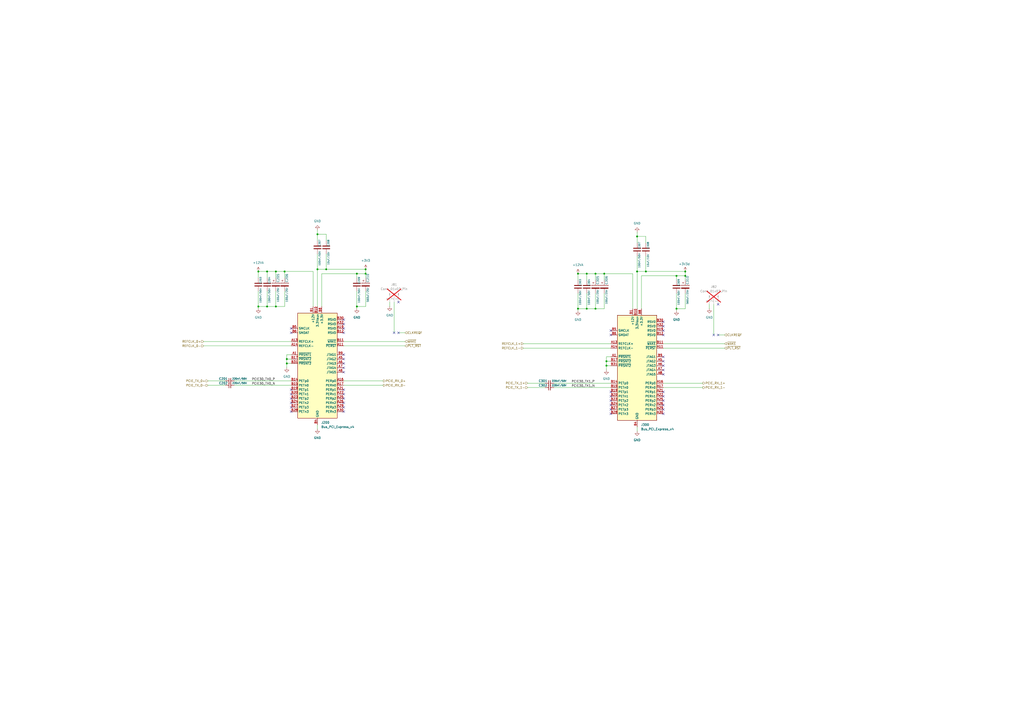
<source format=kicad_sch>
(kicad_sch
	(version 20231120)
	(generator "eeschema")
	(generator_version "8.0")
	(uuid "c9b16d24-0731-42f5-ab19-75bc8001278d")
	(paper "A2")
	(title_block
		(title "nvme Carrier for LattePanda Mu")
		(date "2024-05-24")
		(rev "V1.0.6")
	)
	(lib_symbols
		(symbol "Bus_PCI_Express_x4_1"
			(exclude_from_sim no)
			(in_bom yes)
			(on_board yes)
			(property "Reference" "J200"
				(at 2.1941 -31.75 0)
				(effects
					(font
						(size 1.27 1.27)
					)
					(justify left)
				)
			)
			(property "Value" "Bus_PCI_Express_x4"
				(at 2.1941 -34.29 0)
				(effects
					(font
						(size 1.27 1.27)
					)
					(justify left)
				)
			)
			(property "Footprint" "A_HDJ_Library:PCIe_x4_Gen3Slot_Connectors"
				(at 0 -2.54 0)
				(effects
					(font
						(size 1.27 1.27)
					)
					(hide yes)
				)
			)
			(property "Datasheet" "http://www.ritrontek.com/uploadfile/2016/1026/20161026105231124.pdf#page=63"
				(at -6.35 -31.75 0)
				(effects
					(font
						(size 1.27 1.27)
					)
					(hide yes)
				)
			)
			(property "Description" ""
				(at 0 0 0)
				(effects
					(font
						(size 1.27 1.27)
					)
					(hide yes)
				)
			)
			(property "SCH_Show_Footprint" ""
				(at 0 0 0)
				(effects
					(font
						(size 1.27 1.27)
					)
					(hide yes)
				)
			)
			(property "Sim.Device" ""
				(at 0 0 0)
				(effects
					(font
						(size 1.27 1.27)
					)
					(hide yes)
				)
			)
			(property "Sim.Pins" ""
				(at 0 0 0)
				(effects
					(font
						(size 1.27 1.27)
					)
					(hide yes)
				)
			)
			(property "Sim.Type" ""
				(at 0 0 0)
				(effects
					(font
						(size 1.27 1.27)
					)
					(hide yes)
				)
			)
			(property "ki_keywords" "pcie"
				(at 0 0 0)
				(effects
					(font
						(size 1.27 1.27)
					)
					(hide yes)
				)
			)
			(property "ki_fp_filters" "*PCIexpress*"
				(at 0 0 0)
				(effects
					(font
						(size 1.27 1.27)
					)
					(hide yes)
				)
			)
			(symbol "Bus_PCI_Express_x4_1_0_1"
				(rectangle
					(start -11.43 31.75)
					(end 11.43 -29.21)
					(stroke
						(width 0.254)
						(type default)
					)
					(fill
						(type background)
					)
				)
			)
			(symbol "Bus_PCI_Express_x4_1_1_1"
				(pin passive line
					(at -15.24 7.62 0)
					(length 3.81)
					(name "~{PRSNT1}"
						(effects
							(font
								(size 1.27 1.27)
							)
						)
					)
					(number "A1"
						(effects
							(font
								(size 1.27 1.27)
							)
						)
					)
				)
				(pin passive line
					(at 2.54 35.56 270)
					(length 3.81) hide
					(name "+3.3V"
						(effects
							(font
								(size 1.27 1.27)
							)
						)
					)
					(number "A10"
						(effects
							(font
								(size 1.27 1.27)
							)
						)
					)
				)
				(pin input line
					(at 15.24 12.7 180)
					(length 3.81)
					(name "~{PERST}"
						(effects
							(font
								(size 1.27 1.27)
							)
						)
					)
					(number "A11"
						(effects
							(font
								(size 1.27 1.27)
							)
						)
					)
				)
				(pin passive line
					(at 0 -33.02 90)
					(length 3.81) hide
					(name "GND"
						(effects
							(font
								(size 1.27 1.27)
							)
						)
					)
					(number "A12"
						(effects
							(font
								(size 1.27 1.27)
							)
						)
					)
				)
				(pin input line
					(at -15.24 15.24 0)
					(length 3.81)
					(name "REFCLK+"
						(effects
							(font
								(size 1.27 1.27)
							)
						)
					)
					(number "A13"
						(effects
							(font
								(size 1.27 1.27)
							)
						)
					)
				)
				(pin input line
					(at -15.24 12.7 0)
					(length 3.81)
					(name "REFCLK-"
						(effects
							(font
								(size 1.27 1.27)
							)
						)
					)
					(number "A14"
						(effects
							(font
								(size 1.27 1.27)
							)
						)
					)
				)
				(pin passive line
					(at 0 -33.02 90)
					(length 3.81) hide
					(name "GND"
						(effects
							(font
								(size 1.27 1.27)
							)
						)
					)
					(number "A15"
						(effects
							(font
								(size 1.27 1.27)
							)
						)
					)
				)
				(pin output line
					(at 15.24 -7.62 180)
					(length 3.81)
					(name "PERp0"
						(effects
							(font
								(size 1.27 1.27)
							)
						)
					)
					(number "A16"
						(effects
							(font
								(size 1.27 1.27)
							)
						)
					)
				)
				(pin output line
					(at 15.24 -10.16 180)
					(length 3.81)
					(name "PERn0"
						(effects
							(font
								(size 1.27 1.27)
							)
						)
					)
					(number "A17"
						(effects
							(font
								(size 1.27 1.27)
							)
						)
					)
				)
				(pin passive line
					(at 0 -33.02 90)
					(length 3.81) hide
					(name "GND"
						(effects
							(font
								(size 1.27 1.27)
							)
						)
					)
					(number "A18"
						(effects
							(font
								(size 1.27 1.27)
							)
						)
					)
				)
				(pin passive line
					(at 15.24 22.86 180)
					(length 3.81)
					(name "RSVD"
						(effects
							(font
								(size 1.27 1.27)
							)
						)
					)
					(number "A19"
						(effects
							(font
								(size 1.27 1.27)
							)
						)
					)
				)
				(pin passive line
					(at -2.54 35.56 270)
					(length 3.81) hide
					(name "+12V"
						(effects
							(font
								(size 1.27 1.27)
							)
						)
					)
					(number "A2"
						(effects
							(font
								(size 1.27 1.27)
							)
						)
					)
				)
				(pin passive line
					(at 0 -33.02 90)
					(length 3.81) hide
					(name "GND"
						(effects
							(font
								(size 1.27 1.27)
							)
						)
					)
					(number "A20"
						(effects
							(font
								(size 1.27 1.27)
							)
						)
					)
				)
				(pin output line
					(at 15.24 -12.7 180)
					(length 3.81)
					(name "PERp1"
						(effects
							(font
								(size 1.27 1.27)
							)
						)
					)
					(number "A21"
						(effects
							(font
								(size 1.27 1.27)
							)
						)
					)
				)
				(pin output line
					(at 15.24 -15.24 180)
					(length 3.81)
					(name "PERn1"
						(effects
							(font
								(size 1.27 1.27)
							)
						)
					)
					(number "A22"
						(effects
							(font
								(size 1.27 1.27)
							)
						)
					)
				)
				(pin passive line
					(at 0 -33.02 90)
					(length 3.81) hide
					(name "GND"
						(effects
							(font
								(size 1.27 1.27)
							)
						)
					)
					(number "A23"
						(effects
							(font
								(size 1.27 1.27)
							)
						)
					)
				)
				(pin passive line
					(at 0 -33.02 90)
					(length 3.81) hide
					(name "GND"
						(effects
							(font
								(size 1.27 1.27)
							)
						)
					)
					(number "A24"
						(effects
							(font
								(size 1.27 1.27)
							)
						)
					)
				)
				(pin output line
					(at 15.24 -17.78 180)
					(length 3.81)
					(name "PERp2"
						(effects
							(font
								(size 1.27 1.27)
							)
						)
					)
					(number "A25"
						(effects
							(font
								(size 1.27 1.27)
							)
						)
					)
				)
				(pin output line
					(at 15.24 -20.32 180)
					(length 3.81)
					(name "PERn2"
						(effects
							(font
								(size 1.27 1.27)
							)
						)
					)
					(number "A26"
						(effects
							(font
								(size 1.27 1.27)
							)
						)
					)
				)
				(pin passive line
					(at 0 -33.02 90)
					(length 3.81) hide
					(name "GND"
						(effects
							(font
								(size 1.27 1.27)
							)
						)
					)
					(number "A27"
						(effects
							(font
								(size 1.27 1.27)
							)
						)
					)
				)
				(pin passive line
					(at 0 -33.02 90)
					(length 3.81) hide
					(name "GND"
						(effects
							(font
								(size 1.27 1.27)
							)
						)
					)
					(number "A28"
						(effects
							(font
								(size 1.27 1.27)
							)
						)
					)
				)
				(pin output line
					(at 15.24 -22.86 180)
					(length 3.81)
					(name "PERp3"
						(effects
							(font
								(size 1.27 1.27)
							)
						)
					)
					(number "A29"
						(effects
							(font
								(size 1.27 1.27)
							)
						)
					)
				)
				(pin passive line
					(at -2.54 35.56 270)
					(length 3.81) hide
					(name "+12V"
						(effects
							(font
								(size 1.27 1.27)
							)
						)
					)
					(number "A3"
						(effects
							(font
								(size 1.27 1.27)
							)
						)
					)
				)
				(pin output line
					(at 15.24 -25.4 180)
					(length 3.81)
					(name "PERn3"
						(effects
							(font
								(size 1.27 1.27)
							)
						)
					)
					(number "A30"
						(effects
							(font
								(size 1.27 1.27)
							)
						)
					)
				)
				(pin passive line
					(at 0 -33.02 90)
					(length 3.81) hide
					(name "GND"
						(effects
							(font
								(size 1.27 1.27)
							)
						)
					)
					(number "A31"
						(effects
							(font
								(size 1.27 1.27)
							)
						)
					)
				)
				(pin passive line
					(at 15.24 25.4 180)
					(length 3.81)
					(name "RSVD"
						(effects
							(font
								(size 1.27 1.27)
							)
						)
					)
					(number "A32"
						(effects
							(font
								(size 1.27 1.27)
							)
						)
					)
				)
				(pin passive line
					(at 0 -33.02 90)
					(length 3.81) hide
					(name "GND"
						(effects
							(font
								(size 1.27 1.27)
							)
						)
					)
					(number "A4"
						(effects
							(font
								(size 1.27 1.27)
							)
						)
					)
				)
				(pin input line
					(at 15.24 5.08 180)
					(length 3.81)
					(name "JTAG2"
						(effects
							(font
								(size 1.27 1.27)
							)
						)
					)
					(number "A5"
						(effects
							(font
								(size 1.27 1.27)
							)
						)
					)
				)
				(pin input line
					(at 15.24 2.54 180)
					(length 3.81)
					(name "JTAG3"
						(effects
							(font
								(size 1.27 1.27)
							)
						)
					)
					(number "A6"
						(effects
							(font
								(size 1.27 1.27)
							)
						)
					)
				)
				(pin output line
					(at 15.24 0 180)
					(length 3.81)
					(name "JTAG4"
						(effects
							(font
								(size 1.27 1.27)
							)
						)
					)
					(number "A7"
						(effects
							(font
								(size 1.27 1.27)
							)
						)
					)
				)
				(pin input line
					(at 15.24 -2.54 180)
					(length 3.81)
					(name "JTAG5"
						(effects
							(font
								(size 1.27 1.27)
							)
						)
					)
					(number "A8"
						(effects
							(font
								(size 1.27 1.27)
							)
						)
					)
				)
				(pin passive line
					(at 2.54 35.56 270)
					(length 3.81) hide
					(name "+3.3V"
						(effects
							(font
								(size 1.27 1.27)
							)
						)
					)
					(number "A9"
						(effects
							(font
								(size 1.27 1.27)
							)
						)
					)
				)
				(pin power_in line
					(at -2.54 35.56 270)
					(length 3.81)
					(name "+12V"
						(effects
							(font
								(size 1.27 1.27)
							)
						)
					)
					(number "B1"
						(effects
							(font
								(size 1.27 1.27)
							)
						)
					)
				)
				(pin power_in line
					(at 0 35.56 270)
					(length 3.81)
					(name "3.3Vaux"
						(effects
							(font
								(size 1.27 1.27)
							)
						)
					)
					(number "B10"
						(effects
							(font
								(size 1.27 1.27)
							)
						)
					)
				)
				(pin open_collector line
					(at 15.24 15.24 180)
					(length 3.81)
					(name "~{WAKE}"
						(effects
							(font
								(size 1.27 1.27)
							)
						)
					)
					(number "B11"
						(effects
							(font
								(size 1.27 1.27)
							)
						)
					)
				)
				(pin passive line
					(at 15.24 20.32 180)
					(length 3.81)
					(name "RSVD"
						(effects
							(font
								(size 1.27 1.27)
							)
						)
					)
					(number "B12"
						(effects
							(font
								(size 1.27 1.27)
							)
						)
					)
				)
				(pin passive line
					(at 0 -33.02 90)
					(length 3.81) hide
					(name "GND"
						(effects
							(font
								(size 1.27 1.27)
							)
						)
					)
					(number "B13"
						(effects
							(font
								(size 1.27 1.27)
							)
						)
					)
				)
				(pin input line
					(at -15.24 -7.62 0)
					(length 3.81)
					(name "PETp0"
						(effects
							(font
								(size 1.27 1.27)
							)
						)
					)
					(number "B14"
						(effects
							(font
								(size 1.27 1.27)
							)
						)
					)
				)
				(pin input line
					(at -15.24 -10.16 0)
					(length 3.81)
					(name "PETn0"
						(effects
							(font
								(size 1.27 1.27)
							)
						)
					)
					(number "B15"
						(effects
							(font
								(size 1.27 1.27)
							)
						)
					)
				)
				(pin passive line
					(at 0 -33.02 90)
					(length 3.81) hide
					(name "GND"
						(effects
							(font
								(size 1.27 1.27)
							)
						)
					)
					(number "B16"
						(effects
							(font
								(size 1.27 1.27)
							)
						)
					)
				)
				(pin passive line
					(at -15.24 5.08 0)
					(length 3.81)
					(name "~{PRSNT2}"
						(effects
							(font
								(size 1.27 1.27)
							)
						)
					)
					(number "B17"
						(effects
							(font
								(size 1.27 1.27)
							)
						)
					)
				)
				(pin passive line
					(at 0 -33.02 90)
					(length 3.81) hide
					(name "GND"
						(effects
							(font
								(size 1.27 1.27)
							)
						)
					)
					(number "B18"
						(effects
							(font
								(size 1.27 1.27)
							)
						)
					)
				)
				(pin input line
					(at -15.24 -12.7 0)
					(length 3.81)
					(name "PETp1"
						(effects
							(font
								(size 1.27 1.27)
							)
						)
					)
					(number "B19"
						(effects
							(font
								(size 1.27 1.27)
							)
						)
					)
				)
				(pin passive line
					(at -2.54 35.56 270)
					(length 3.81) hide
					(name "+12V"
						(effects
							(font
								(size 1.27 1.27)
							)
						)
					)
					(number "B2"
						(effects
							(font
								(size 1.27 1.27)
							)
						)
					)
				)
				(pin input line
					(at -15.24 -15.24 0)
					(length 3.81)
					(name "PETn1"
						(effects
							(font
								(size 1.27 1.27)
							)
						)
					)
					(number "B20"
						(effects
							(font
								(size 1.27 1.27)
							)
						)
					)
				)
				(pin passive line
					(at 0 -33.02 90)
					(length 3.81) hide
					(name "GND"
						(effects
							(font
								(size 1.27 1.27)
							)
						)
					)
					(number "B21"
						(effects
							(font
								(size 1.27 1.27)
							)
						)
					)
				)
				(pin passive line
					(at 0 -33.02 90)
					(length 3.81) hide
					(name "GND"
						(effects
							(font
								(size 1.27 1.27)
							)
						)
					)
					(number "B22"
						(effects
							(font
								(size 1.27 1.27)
							)
						)
					)
				)
				(pin input line
					(at -15.24 -17.78 0)
					(length 3.81)
					(name "PETp2"
						(effects
							(font
								(size 1.27 1.27)
							)
						)
					)
					(number "B23"
						(effects
							(font
								(size 1.27 1.27)
							)
						)
					)
				)
				(pin input line
					(at -15.24 -20.32 0)
					(length 3.81)
					(name "PETn2"
						(effects
							(font
								(size 1.27 1.27)
							)
						)
					)
					(number "B24"
						(effects
							(font
								(size 1.27 1.27)
							)
						)
					)
				)
				(pin passive line
					(at 0 -33.02 90)
					(length 3.81) hide
					(name "GND"
						(effects
							(font
								(size 1.27 1.27)
							)
						)
					)
					(number "B25"
						(effects
							(font
								(size 1.27 1.27)
							)
						)
					)
				)
				(pin passive line
					(at 0 -33.02 90)
					(length 3.81) hide
					(name "GND"
						(effects
							(font
								(size 1.27 1.27)
							)
						)
					)
					(number "B26"
						(effects
							(font
								(size 1.27 1.27)
							)
						)
					)
				)
				(pin input line
					(at -15.24 -22.86 0)
					(length 3.81)
					(name "PETp3"
						(effects
							(font
								(size 1.27 1.27)
							)
						)
					)
					(number "B27"
						(effects
							(font
								(size 1.27 1.27)
							)
						)
					)
				)
				(pin input line
					(at -15.24 -25.4 0)
					(length 3.81)
					(name "PETn3"
						(effects
							(font
								(size 1.27 1.27)
							)
						)
					)
					(number "B28"
						(effects
							(font
								(size 1.27 1.27)
							)
						)
					)
				)
				(pin passive line
					(at 0 -33.02 90)
					(length 3.81) hide
					(name "GND"
						(effects
							(font
								(size 1.27 1.27)
							)
						)
					)
					(number "B29"
						(effects
							(font
								(size 1.27 1.27)
							)
						)
					)
				)
				(pin passive line
					(at -2.54 35.56 270)
					(length 3.81) hide
					(name "+12V"
						(effects
							(font
								(size 1.27 1.27)
							)
						)
					)
					(number "B3"
						(effects
							(font
								(size 1.27 1.27)
							)
						)
					)
				)
				(pin passive line
					(at 15.24 27.94 180)
					(length 3.81)
					(name "RSVD"
						(effects
							(font
								(size 1.27 1.27)
							)
						)
					)
					(number "B30"
						(effects
							(font
								(size 1.27 1.27)
							)
						)
					)
				)
				(pin passive line
					(at -15.24 2.54 0)
					(length 3.81)
					(name "~{PRSNT2}"
						(effects
							(font
								(size 1.27 1.27)
							)
						)
					)
					(number "B31"
						(effects
							(font
								(size 1.27 1.27)
							)
						)
					)
				)
				(pin passive line
					(at 0 -33.02 90)
					(length 3.81) hide
					(name "GND"
						(effects
							(font
								(size 1.27 1.27)
							)
						)
					)
					(number "B32"
						(effects
							(font
								(size 1.27 1.27)
							)
						)
					)
				)
				(pin power_in line
					(at 0 -33.02 90)
					(length 3.81)
					(name "GND"
						(effects
							(font
								(size 1.27 1.27)
							)
						)
					)
					(number "B4"
						(effects
							(font
								(size 1.27 1.27)
							)
						)
					)
				)
				(pin input line
					(at -15.24 22.86 0)
					(length 3.81)
					(name "SMCLK"
						(effects
							(font
								(size 1.27 1.27)
							)
						)
					)
					(number "B5"
						(effects
							(font
								(size 1.27 1.27)
							)
						)
					)
				)
				(pin bidirectional line
					(at -15.24 20.32 0)
					(length 3.81)
					(name "SMDAT"
						(effects
							(font
								(size 1.27 1.27)
							)
						)
					)
					(number "B6"
						(effects
							(font
								(size 1.27 1.27)
							)
						)
					)
				)
				(pin passive line
					(at 0 -33.02 90)
					(length 3.81) hide
					(name "GND"
						(effects
							(font
								(size 1.27 1.27)
							)
						)
					)
					(number "B7"
						(effects
							(font
								(size 1.27 1.27)
							)
						)
					)
				)
				(pin power_in line
					(at 2.54 35.56 270)
					(length 3.81)
					(name "+3.3V"
						(effects
							(font
								(size 1.27 1.27)
							)
						)
					)
					(number "B8"
						(effects
							(font
								(size 1.27 1.27)
							)
						)
					)
				)
				(pin input line
					(at 15.24 7.62 180)
					(length 3.81)
					(name "JTAG1"
						(effects
							(font
								(size 1.27 1.27)
							)
						)
					)
					(number "B9"
						(effects
							(font
								(size 1.27 1.27)
							)
						)
					)
				)
			)
		)
		(symbol "Connector:Bus_PCI_Express_x4"
			(exclude_from_sim no)
			(in_bom yes)
			(on_board yes)
			(property "Reference" "J"
				(at -8.89 33.02 0)
				(effects
					(font
						(size 1.27 1.27)
					)
				)
			)
			(property "Value" "Bus_PCI_Express_x4"
				(at 12.7 33.02 0)
				(effects
					(font
						(size 1.27 1.27)
					)
				)
			)
			(property "Footprint" "Connector_PCBEdge:BUS_PCIexpress_x4"
				(at 0 -2.54 0)
				(effects
					(font
						(size 1.27 1.27)
					)
					(hide yes)
				)
			)
			(property "Datasheet" "http://www.ritrontek.com/uploadfile/2016/1026/20161026105231124.pdf#page=63"
				(at -6.35 -31.75 0)
				(effects
					(font
						(size 1.27 1.27)
					)
					(hide yes)
				)
			)
			(property "Description" "PCI Express bus connector x4"
				(at 0 0 0)
				(effects
					(font
						(size 1.27 1.27)
					)
					(hide yes)
				)
			)
			(property "ki_keywords" "pcie"
				(at 0 0 0)
				(effects
					(font
						(size 1.27 1.27)
					)
					(hide yes)
				)
			)
			(property "ki_fp_filters" "*PCIexpress*"
				(at 0 0 0)
				(effects
					(font
						(size 1.27 1.27)
					)
					(hide yes)
				)
			)
			(symbol "Bus_PCI_Express_x4_0_1"
				(rectangle
					(start -11.43 31.75)
					(end 11.43 -29.21)
					(stroke
						(width 0.254)
						(type default)
					)
					(fill
						(type background)
					)
				)
			)
			(symbol "Bus_PCI_Express_x4_1_1"
				(pin passive line
					(at -15.24 7.62 0)
					(length 3.81)
					(name "~{PRSNT1}"
						(effects
							(font
								(size 1.27 1.27)
							)
						)
					)
					(number "A1"
						(effects
							(font
								(size 1.27 1.27)
							)
						)
					)
				)
				(pin passive line
					(at 2.54 35.56 270)
					(length 3.81) hide
					(name "+3.3V"
						(effects
							(font
								(size 1.27 1.27)
							)
						)
					)
					(number "A10"
						(effects
							(font
								(size 1.27 1.27)
							)
						)
					)
				)
				(pin input line
					(at 15.24 12.7 180)
					(length 3.81)
					(name "~{PERST}"
						(effects
							(font
								(size 1.27 1.27)
							)
						)
					)
					(number "A11"
						(effects
							(font
								(size 1.27 1.27)
							)
						)
					)
				)
				(pin passive line
					(at 0 -33.02 90)
					(length 3.81) hide
					(name "GND"
						(effects
							(font
								(size 1.27 1.27)
							)
						)
					)
					(number "A12"
						(effects
							(font
								(size 1.27 1.27)
							)
						)
					)
				)
				(pin input line
					(at -15.24 15.24 0)
					(length 3.81)
					(name "REFCLK+"
						(effects
							(font
								(size 1.27 1.27)
							)
						)
					)
					(number "A13"
						(effects
							(font
								(size 1.27 1.27)
							)
						)
					)
				)
				(pin input line
					(at -15.24 12.7 0)
					(length 3.81)
					(name "REFCLK-"
						(effects
							(font
								(size 1.27 1.27)
							)
						)
					)
					(number "A14"
						(effects
							(font
								(size 1.27 1.27)
							)
						)
					)
				)
				(pin passive line
					(at 0 -33.02 90)
					(length 3.81) hide
					(name "GND"
						(effects
							(font
								(size 1.27 1.27)
							)
						)
					)
					(number "A15"
						(effects
							(font
								(size 1.27 1.27)
							)
						)
					)
				)
				(pin output line
					(at 15.24 -7.62 180)
					(length 3.81)
					(name "PERp0"
						(effects
							(font
								(size 1.27 1.27)
							)
						)
					)
					(number "A16"
						(effects
							(font
								(size 1.27 1.27)
							)
						)
					)
				)
				(pin output line
					(at 15.24 -10.16 180)
					(length 3.81)
					(name "PERn0"
						(effects
							(font
								(size 1.27 1.27)
							)
						)
					)
					(number "A17"
						(effects
							(font
								(size 1.27 1.27)
							)
						)
					)
				)
				(pin passive line
					(at 0 -33.02 90)
					(length 3.81) hide
					(name "GND"
						(effects
							(font
								(size 1.27 1.27)
							)
						)
					)
					(number "A18"
						(effects
							(font
								(size 1.27 1.27)
							)
						)
					)
				)
				(pin passive line
					(at 15.24 22.86 180)
					(length 3.81)
					(name "RSVD"
						(effects
							(font
								(size 1.27 1.27)
							)
						)
					)
					(number "A19"
						(effects
							(font
								(size 1.27 1.27)
							)
						)
					)
				)
				(pin passive line
					(at -2.54 35.56 270)
					(length 3.81) hide
					(name "+12V"
						(effects
							(font
								(size 1.27 1.27)
							)
						)
					)
					(number "A2"
						(effects
							(font
								(size 1.27 1.27)
							)
						)
					)
				)
				(pin passive line
					(at 0 -33.02 90)
					(length 3.81) hide
					(name "GND"
						(effects
							(font
								(size 1.27 1.27)
							)
						)
					)
					(number "A20"
						(effects
							(font
								(size 1.27 1.27)
							)
						)
					)
				)
				(pin output line
					(at 15.24 -12.7 180)
					(length 3.81)
					(name "PERp1"
						(effects
							(font
								(size 1.27 1.27)
							)
						)
					)
					(number "A21"
						(effects
							(font
								(size 1.27 1.27)
							)
						)
					)
				)
				(pin output line
					(at 15.24 -15.24 180)
					(length 3.81)
					(name "PERn1"
						(effects
							(font
								(size 1.27 1.27)
							)
						)
					)
					(number "A22"
						(effects
							(font
								(size 1.27 1.27)
							)
						)
					)
				)
				(pin passive line
					(at 0 -33.02 90)
					(length 3.81) hide
					(name "GND"
						(effects
							(font
								(size 1.27 1.27)
							)
						)
					)
					(number "A23"
						(effects
							(font
								(size 1.27 1.27)
							)
						)
					)
				)
				(pin passive line
					(at 0 -33.02 90)
					(length 3.81) hide
					(name "GND"
						(effects
							(font
								(size 1.27 1.27)
							)
						)
					)
					(number "A24"
						(effects
							(font
								(size 1.27 1.27)
							)
						)
					)
				)
				(pin output line
					(at 15.24 -17.78 180)
					(length 3.81)
					(name "PERp2"
						(effects
							(font
								(size 1.27 1.27)
							)
						)
					)
					(number "A25"
						(effects
							(font
								(size 1.27 1.27)
							)
						)
					)
				)
				(pin output line
					(at 15.24 -20.32 180)
					(length 3.81)
					(name "PERn2"
						(effects
							(font
								(size 1.27 1.27)
							)
						)
					)
					(number "A26"
						(effects
							(font
								(size 1.27 1.27)
							)
						)
					)
				)
				(pin passive line
					(at 0 -33.02 90)
					(length 3.81) hide
					(name "GND"
						(effects
							(font
								(size 1.27 1.27)
							)
						)
					)
					(number "A27"
						(effects
							(font
								(size 1.27 1.27)
							)
						)
					)
				)
				(pin passive line
					(at 0 -33.02 90)
					(length 3.81) hide
					(name "GND"
						(effects
							(font
								(size 1.27 1.27)
							)
						)
					)
					(number "A28"
						(effects
							(font
								(size 1.27 1.27)
							)
						)
					)
				)
				(pin output line
					(at 15.24 -22.86 180)
					(length 3.81)
					(name "PERp3"
						(effects
							(font
								(size 1.27 1.27)
							)
						)
					)
					(number "A29"
						(effects
							(font
								(size 1.27 1.27)
							)
						)
					)
				)
				(pin passive line
					(at -2.54 35.56 270)
					(length 3.81) hide
					(name "+12V"
						(effects
							(font
								(size 1.27 1.27)
							)
						)
					)
					(number "A3"
						(effects
							(font
								(size 1.27 1.27)
							)
						)
					)
				)
				(pin output line
					(at 15.24 -25.4 180)
					(length 3.81)
					(name "PERn3"
						(effects
							(font
								(size 1.27 1.27)
							)
						)
					)
					(number "A30"
						(effects
							(font
								(size 1.27 1.27)
							)
						)
					)
				)
				(pin passive line
					(at 0 -33.02 90)
					(length 3.81) hide
					(name "GND"
						(effects
							(font
								(size 1.27 1.27)
							)
						)
					)
					(number "A31"
						(effects
							(font
								(size 1.27 1.27)
							)
						)
					)
				)
				(pin passive line
					(at 15.24 25.4 180)
					(length 3.81)
					(name "RSVD"
						(effects
							(font
								(size 1.27 1.27)
							)
						)
					)
					(number "A32"
						(effects
							(font
								(size 1.27 1.27)
							)
						)
					)
				)
				(pin passive line
					(at 0 -33.02 90)
					(length 3.81) hide
					(name "GND"
						(effects
							(font
								(size 1.27 1.27)
							)
						)
					)
					(number "A4"
						(effects
							(font
								(size 1.27 1.27)
							)
						)
					)
				)
				(pin input line
					(at 15.24 5.08 180)
					(length 3.81)
					(name "JTAG2"
						(effects
							(font
								(size 1.27 1.27)
							)
						)
					)
					(number "A5"
						(effects
							(font
								(size 1.27 1.27)
							)
						)
					)
				)
				(pin input line
					(at 15.24 2.54 180)
					(length 3.81)
					(name "JTAG3"
						(effects
							(font
								(size 1.27 1.27)
							)
						)
					)
					(number "A6"
						(effects
							(font
								(size 1.27 1.27)
							)
						)
					)
				)
				(pin output line
					(at 15.24 0 180)
					(length 3.81)
					(name "JTAG4"
						(effects
							(font
								(size 1.27 1.27)
							)
						)
					)
					(number "A7"
						(effects
							(font
								(size 1.27 1.27)
							)
						)
					)
				)
				(pin input line
					(at 15.24 -2.54 180)
					(length 3.81)
					(name "JTAG5"
						(effects
							(font
								(size 1.27 1.27)
							)
						)
					)
					(number "A8"
						(effects
							(font
								(size 1.27 1.27)
							)
						)
					)
				)
				(pin passive line
					(at 2.54 35.56 270)
					(length 3.81) hide
					(name "+3.3V"
						(effects
							(font
								(size 1.27 1.27)
							)
						)
					)
					(number "A9"
						(effects
							(font
								(size 1.27 1.27)
							)
						)
					)
				)
				(pin power_in line
					(at -2.54 35.56 270)
					(length 3.81)
					(name "+12V"
						(effects
							(font
								(size 1.27 1.27)
							)
						)
					)
					(number "B1"
						(effects
							(font
								(size 1.27 1.27)
							)
						)
					)
				)
				(pin power_in line
					(at 0 35.56 270)
					(length 3.81)
					(name "3.3Vaux"
						(effects
							(font
								(size 1.27 1.27)
							)
						)
					)
					(number "B10"
						(effects
							(font
								(size 1.27 1.27)
							)
						)
					)
				)
				(pin open_collector line
					(at 15.24 15.24 180)
					(length 3.81)
					(name "~{WAKE}"
						(effects
							(font
								(size 1.27 1.27)
							)
						)
					)
					(number "B11"
						(effects
							(font
								(size 1.27 1.27)
							)
						)
					)
				)
				(pin passive line
					(at 15.24 20.32 180)
					(length 3.81)
					(name "RSVD"
						(effects
							(font
								(size 1.27 1.27)
							)
						)
					)
					(number "B12"
						(effects
							(font
								(size 1.27 1.27)
							)
						)
					)
				)
				(pin passive line
					(at 0 -33.02 90)
					(length 3.81) hide
					(name "GND"
						(effects
							(font
								(size 1.27 1.27)
							)
						)
					)
					(number "B13"
						(effects
							(font
								(size 1.27 1.27)
							)
						)
					)
				)
				(pin input line
					(at -15.24 -7.62 0)
					(length 3.81)
					(name "PETp0"
						(effects
							(font
								(size 1.27 1.27)
							)
						)
					)
					(number "B14"
						(effects
							(font
								(size 1.27 1.27)
							)
						)
					)
				)
				(pin input line
					(at -15.24 -10.16 0)
					(length 3.81)
					(name "PETn0"
						(effects
							(font
								(size 1.27 1.27)
							)
						)
					)
					(number "B15"
						(effects
							(font
								(size 1.27 1.27)
							)
						)
					)
				)
				(pin passive line
					(at 0 -33.02 90)
					(length 3.81) hide
					(name "GND"
						(effects
							(font
								(size 1.27 1.27)
							)
						)
					)
					(number "B16"
						(effects
							(font
								(size 1.27 1.27)
							)
						)
					)
				)
				(pin passive line
					(at -15.24 5.08 0)
					(length 3.81)
					(name "~{PRSNT2}"
						(effects
							(font
								(size 1.27 1.27)
							)
						)
					)
					(number "B17"
						(effects
							(font
								(size 1.27 1.27)
							)
						)
					)
				)
				(pin passive line
					(at 0 -33.02 90)
					(length 3.81) hide
					(name "GND"
						(effects
							(font
								(size 1.27 1.27)
							)
						)
					)
					(number "B18"
						(effects
							(font
								(size 1.27 1.27)
							)
						)
					)
				)
				(pin input line
					(at -15.24 -12.7 0)
					(length 3.81)
					(name "PETp1"
						(effects
							(font
								(size 1.27 1.27)
							)
						)
					)
					(number "B19"
						(effects
							(font
								(size 1.27 1.27)
							)
						)
					)
				)
				(pin passive line
					(at -2.54 35.56 270)
					(length 3.81) hide
					(name "+12V"
						(effects
							(font
								(size 1.27 1.27)
							)
						)
					)
					(number "B2"
						(effects
							(font
								(size 1.27 1.27)
							)
						)
					)
				)
				(pin input line
					(at -15.24 -15.24 0)
					(length 3.81)
					(name "PETn1"
						(effects
							(font
								(size 1.27 1.27)
							)
						)
					)
					(number "B20"
						(effects
							(font
								(size 1.27 1.27)
							)
						)
					)
				)
				(pin passive line
					(at 0 -33.02 90)
					(length 3.81) hide
					(name "GND"
						(effects
							(font
								(size 1.27 1.27)
							)
						)
					)
					(number "B21"
						(effects
							(font
								(size 1.27 1.27)
							)
						)
					)
				)
				(pin passive line
					(at 0 -33.02 90)
					(length 3.81) hide
					(name "GND"
						(effects
							(font
								(size 1.27 1.27)
							)
						)
					)
					(number "B22"
						(effects
							(font
								(size 1.27 1.27)
							)
						)
					)
				)
				(pin input line
					(at -15.24 -17.78 0)
					(length 3.81)
					(name "PETp2"
						(effects
							(font
								(size 1.27 1.27)
							)
						)
					)
					(number "B23"
						(effects
							(font
								(size 1.27 1.27)
							)
						)
					)
				)
				(pin input line
					(at -15.24 -20.32 0)
					(length 3.81)
					(name "PETn2"
						(effects
							(font
								(size 1.27 1.27)
							)
						)
					)
					(number "B24"
						(effects
							(font
								(size 1.27 1.27)
							)
						)
					)
				)
				(pin passive line
					(at 0 -33.02 90)
					(length 3.81) hide
					(name "GND"
						(effects
							(font
								(size 1.27 1.27)
							)
						)
					)
					(number "B25"
						(effects
							(font
								(size 1.27 1.27)
							)
						)
					)
				)
				(pin passive line
					(at 0 -33.02 90)
					(length 3.81) hide
					(name "GND"
						(effects
							(font
								(size 1.27 1.27)
							)
						)
					)
					(number "B26"
						(effects
							(font
								(size 1.27 1.27)
							)
						)
					)
				)
				(pin input line
					(at -15.24 -22.86 0)
					(length 3.81)
					(name "PETp3"
						(effects
							(font
								(size 1.27 1.27)
							)
						)
					)
					(number "B27"
						(effects
							(font
								(size 1.27 1.27)
							)
						)
					)
				)
				(pin input line
					(at -15.24 -25.4 0)
					(length 3.81)
					(name "PETn3"
						(effects
							(font
								(size 1.27 1.27)
							)
						)
					)
					(number "B28"
						(effects
							(font
								(size 1.27 1.27)
							)
						)
					)
				)
				(pin passive line
					(at 0 -33.02 90)
					(length 3.81) hide
					(name "GND"
						(effects
							(font
								(size 1.27 1.27)
							)
						)
					)
					(number "B29"
						(effects
							(font
								(size 1.27 1.27)
							)
						)
					)
				)
				(pin passive line
					(at -2.54 35.56 270)
					(length 3.81) hide
					(name "+12V"
						(effects
							(font
								(size 1.27 1.27)
							)
						)
					)
					(number "B3"
						(effects
							(font
								(size 1.27 1.27)
							)
						)
					)
				)
				(pin passive line
					(at 15.24 27.94 180)
					(length 3.81)
					(name "RSVD"
						(effects
							(font
								(size 1.27 1.27)
							)
						)
					)
					(number "B30"
						(effects
							(font
								(size 1.27 1.27)
							)
						)
					)
				)
				(pin passive line
					(at -15.24 2.54 0)
					(length 3.81)
					(name "~{PRSNT2}"
						(effects
							(font
								(size 1.27 1.27)
							)
						)
					)
					(number "B31"
						(effects
							(font
								(size 1.27 1.27)
							)
						)
					)
				)
				(pin passive line
					(at 0 -33.02 90)
					(length 3.81) hide
					(name "GND"
						(effects
							(font
								(size 1.27 1.27)
							)
						)
					)
					(number "B32"
						(effects
							(font
								(size 1.27 1.27)
							)
						)
					)
				)
				(pin power_in line
					(at 0 -33.02 90)
					(length 3.81)
					(name "GND"
						(effects
							(font
								(size 1.27 1.27)
							)
						)
					)
					(number "B4"
						(effects
							(font
								(size 1.27 1.27)
							)
						)
					)
				)
				(pin input line
					(at -15.24 22.86 0)
					(length 3.81)
					(name "SMCLK"
						(effects
							(font
								(size 1.27 1.27)
							)
						)
					)
					(number "B5"
						(effects
							(font
								(size 1.27 1.27)
							)
						)
					)
				)
				(pin bidirectional line
					(at -15.24 20.32 0)
					(length 3.81)
					(name "SMDAT"
						(effects
							(font
								(size 1.27 1.27)
							)
						)
					)
					(number "B6"
						(effects
							(font
								(size 1.27 1.27)
							)
						)
					)
				)
				(pin passive line
					(at 0 -33.02 90)
					(length 3.81) hide
					(name "GND"
						(effects
							(font
								(size 1.27 1.27)
							)
						)
					)
					(number "B7"
						(effects
							(font
								(size 1.27 1.27)
							)
						)
					)
				)
				(pin power_in line
					(at 2.54 35.56 270)
					(length 3.81)
					(name "+3.3V"
						(effects
							(font
								(size 1.27 1.27)
							)
						)
					)
					(number "B8"
						(effects
							(font
								(size 1.27 1.27)
							)
						)
					)
				)
				(pin input line
					(at 15.24 7.62 180)
					(length 3.81)
					(name "JTAG1"
						(effects
							(font
								(size 1.27 1.27)
							)
						)
					)
					(number "B9"
						(effects
							(font
								(size 1.27 1.27)
							)
						)
					)
				)
			)
		)
		(symbol "Connector:Conn_01x03_Pin"
			(pin_names
				(offset 1.016) hide)
			(exclude_from_sim no)
			(in_bom yes)
			(on_board yes)
			(property "Reference" "J"
				(at 0 5.08 0)
				(effects
					(font
						(size 1.27 1.27)
					)
				)
			)
			(property "Value" "Conn_01x03_Pin"
				(at 0 -5.08 0)
				(effects
					(font
						(size 1.27 1.27)
					)
				)
			)
			(property "Footprint" ""
				(at 0 0 0)
				(effects
					(font
						(size 1.27 1.27)
					)
					(hide yes)
				)
			)
			(property "Datasheet" "~"
				(at 0 0 0)
				(effects
					(font
						(size 1.27 1.27)
					)
					(hide yes)
				)
			)
			(property "Description" "Generic connector, single row, 01x03, script generated"
				(at 0 0 0)
				(effects
					(font
						(size 1.27 1.27)
					)
					(hide yes)
				)
			)
			(property "ki_locked" ""
				(at 0 0 0)
				(effects
					(font
						(size 1.27 1.27)
					)
				)
			)
			(property "ki_keywords" "connector"
				(at 0 0 0)
				(effects
					(font
						(size 1.27 1.27)
					)
					(hide yes)
				)
			)
			(property "ki_fp_filters" "Connector*:*_1x??_*"
				(at 0 0 0)
				(effects
					(font
						(size 1.27 1.27)
					)
					(hide yes)
				)
			)
			(symbol "Conn_01x03_Pin_1_1"
				(polyline
					(pts
						(xy 1.27 -2.54) (xy 0.8636 -2.54)
					)
					(stroke
						(width 0.1524)
						(type default)
					)
					(fill
						(type none)
					)
				)
				(polyline
					(pts
						(xy 1.27 0) (xy 0.8636 0)
					)
					(stroke
						(width 0.1524)
						(type default)
					)
					(fill
						(type none)
					)
				)
				(polyline
					(pts
						(xy 1.27 2.54) (xy 0.8636 2.54)
					)
					(stroke
						(width 0.1524)
						(type default)
					)
					(fill
						(type none)
					)
				)
				(rectangle
					(start 0.8636 -2.413)
					(end 0 -2.667)
					(stroke
						(width 0.1524)
						(type default)
					)
					(fill
						(type outline)
					)
				)
				(rectangle
					(start 0.8636 0.127)
					(end 0 -0.127)
					(stroke
						(width 0.1524)
						(type default)
					)
					(fill
						(type outline)
					)
				)
				(rectangle
					(start 0.8636 2.667)
					(end 0 2.413)
					(stroke
						(width 0.1524)
						(type default)
					)
					(fill
						(type outline)
					)
				)
				(pin passive line
					(at 5.08 2.54 180)
					(length 3.81)
					(name "Pin_1"
						(effects
							(font
								(size 1.27 1.27)
							)
						)
					)
					(number "1"
						(effects
							(font
								(size 1.27 1.27)
							)
						)
					)
				)
				(pin passive line
					(at 5.08 0 180)
					(length 3.81)
					(name "Pin_2"
						(effects
							(font
								(size 1.27 1.27)
							)
						)
					)
					(number "2"
						(effects
							(font
								(size 1.27 1.27)
							)
						)
					)
				)
				(pin passive line
					(at 5.08 -2.54 180)
					(length 3.81)
					(name "Pin_3"
						(effects
							(font
								(size 1.27 1.27)
							)
						)
					)
					(number "3"
						(effects
							(font
								(size 1.27 1.27)
							)
						)
					)
				)
			)
		)
		(symbol "Device:C"
			(pin_numbers hide)
			(pin_names
				(offset 0.254)
			)
			(exclude_from_sim no)
			(in_bom yes)
			(on_board yes)
			(property "Reference" "C"
				(at 0.635 2.54 0)
				(effects
					(font
						(size 1.27 1.27)
					)
					(justify left)
				)
			)
			(property "Value" "C"
				(at 0.635 -2.54 0)
				(effects
					(font
						(size 1.27 1.27)
					)
					(justify left)
				)
			)
			(property "Footprint" ""
				(at 0.9652 -3.81 0)
				(effects
					(font
						(size 1.27 1.27)
					)
					(hide yes)
				)
			)
			(property "Datasheet" "~"
				(at 0 0 0)
				(effects
					(font
						(size 1.27 1.27)
					)
					(hide yes)
				)
			)
			(property "Description" "Unpolarized capacitor"
				(at 0 0 0)
				(effects
					(font
						(size 1.27 1.27)
					)
					(hide yes)
				)
			)
			(property "ki_keywords" "cap capacitor"
				(at 0 0 0)
				(effects
					(font
						(size 1.27 1.27)
					)
					(hide yes)
				)
			)
			(property "ki_fp_filters" "C_*"
				(at 0 0 0)
				(effects
					(font
						(size 1.27 1.27)
					)
					(hide yes)
				)
			)
			(symbol "C_0_1"
				(polyline
					(pts
						(xy -2.032 -0.762) (xy 2.032 -0.762)
					)
					(stroke
						(width 0.508)
						(type default)
					)
					(fill
						(type none)
					)
				)
				(polyline
					(pts
						(xy -2.032 0.762) (xy 2.032 0.762)
					)
					(stroke
						(width 0.508)
						(type default)
					)
					(fill
						(type none)
					)
				)
			)
			(symbol "C_1_1"
				(pin passive line
					(at 0 3.81 270)
					(length 2.794)
					(name "~"
						(effects
							(font
								(size 1.27 1.27)
							)
						)
					)
					(number "1"
						(effects
							(font
								(size 1.27 1.27)
							)
						)
					)
				)
				(pin passive line
					(at 0 -3.81 90)
					(length 2.794)
					(name "~"
						(effects
							(font
								(size 1.27 1.27)
							)
						)
					)
					(number "2"
						(effects
							(font
								(size 1.27 1.27)
							)
						)
					)
				)
			)
		)
		(symbol "Device:C_Polarized"
			(pin_numbers hide)
			(pin_names
				(offset 0.254)
			)
			(exclude_from_sim no)
			(in_bom yes)
			(on_board yes)
			(property "Reference" "C"
				(at 0.635 2.54 0)
				(effects
					(font
						(size 1.27 1.27)
					)
					(justify left)
				)
			)
			(property "Value" "C_Polarized"
				(at 0.635 -2.54 0)
				(effects
					(font
						(size 1.27 1.27)
					)
					(justify left)
				)
			)
			(property "Footprint" ""
				(at 0.9652 -3.81 0)
				(effects
					(font
						(size 1.27 1.27)
					)
					(hide yes)
				)
			)
			(property "Datasheet" "~"
				(at 0 0 0)
				(effects
					(font
						(size 1.27 1.27)
					)
					(hide yes)
				)
			)
			(property "Description" "Polarized capacitor"
				(at 0 0 0)
				(effects
					(font
						(size 1.27 1.27)
					)
					(hide yes)
				)
			)
			(property "ki_keywords" "cap capacitor"
				(at 0 0 0)
				(effects
					(font
						(size 1.27 1.27)
					)
					(hide yes)
				)
			)
			(property "ki_fp_filters" "CP_*"
				(at 0 0 0)
				(effects
					(font
						(size 1.27 1.27)
					)
					(hide yes)
				)
			)
			(symbol "C_Polarized_0_1"
				(rectangle
					(start -2.286 0.508)
					(end 2.286 1.016)
					(stroke
						(width 0)
						(type default)
					)
					(fill
						(type none)
					)
				)
				(polyline
					(pts
						(xy -1.778 2.286) (xy -0.762 2.286)
					)
					(stroke
						(width 0)
						(type default)
					)
					(fill
						(type none)
					)
				)
				(polyline
					(pts
						(xy -1.27 2.794) (xy -1.27 1.778)
					)
					(stroke
						(width 0)
						(type default)
					)
					(fill
						(type none)
					)
				)
				(rectangle
					(start 2.286 -0.508)
					(end -2.286 -1.016)
					(stroke
						(width 0)
						(type default)
					)
					(fill
						(type outline)
					)
				)
			)
			(symbol "C_Polarized_1_1"
				(pin passive line
					(at 0 3.81 270)
					(length 2.794)
					(name "~"
						(effects
							(font
								(size 1.27 1.27)
							)
						)
					)
					(number "1"
						(effects
							(font
								(size 1.27 1.27)
							)
						)
					)
				)
				(pin passive line
					(at 0 -3.81 90)
					(length 2.794)
					(name "~"
						(effects
							(font
								(size 1.27 1.27)
							)
						)
					)
					(number "2"
						(effects
							(font
								(size 1.27 1.27)
							)
						)
					)
				)
			)
		)
		(symbol "Device:C_Small"
			(pin_numbers hide)
			(pin_names
				(offset 0.254) hide)
			(exclude_from_sim no)
			(in_bom yes)
			(on_board yes)
			(property "Reference" "C"
				(at 0.254 1.778 0)
				(effects
					(font
						(size 1.27 1.27)
					)
					(justify left)
				)
			)
			(property "Value" "C_Small"
				(at 0.254 -2.032 0)
				(effects
					(font
						(size 1.27 1.27)
					)
					(justify left)
				)
			)
			(property "Footprint" ""
				(at 0 0 0)
				(effects
					(font
						(size 1.27 1.27)
					)
					(hide yes)
				)
			)
			(property "Datasheet" "~"
				(at 0 0 0)
				(effects
					(font
						(size 1.27 1.27)
					)
					(hide yes)
				)
			)
			(property "Description" "Unpolarized capacitor, small symbol"
				(at 0 0 0)
				(effects
					(font
						(size 1.27 1.27)
					)
					(hide yes)
				)
			)
			(property "ki_keywords" "capacitor cap"
				(at 0 0 0)
				(effects
					(font
						(size 1.27 1.27)
					)
					(hide yes)
				)
			)
			(property "ki_fp_filters" "C_*"
				(at 0 0 0)
				(effects
					(font
						(size 1.27 1.27)
					)
					(hide yes)
				)
			)
			(symbol "C_Small_0_1"
				(polyline
					(pts
						(xy -1.524 -0.508) (xy 1.524 -0.508)
					)
					(stroke
						(width 0.3302)
						(type default)
					)
					(fill
						(type none)
					)
				)
				(polyline
					(pts
						(xy -1.524 0.508) (xy 1.524 0.508)
					)
					(stroke
						(width 0.3048)
						(type default)
					)
					(fill
						(type none)
					)
				)
			)
			(symbol "C_Small_1_1"
				(pin passive line
					(at 0 2.54 270)
					(length 2.032)
					(name "~"
						(effects
							(font
								(size 1.27 1.27)
							)
						)
					)
					(number "1"
						(effects
							(font
								(size 1.27 1.27)
							)
						)
					)
				)
				(pin passive line
					(at 0 -2.54 90)
					(length 2.032)
					(name "~"
						(effects
							(font
								(size 1.27 1.27)
							)
						)
					)
					(number "2"
						(effects
							(font
								(size 1.27 1.27)
							)
						)
					)
				)
			)
		)
		(symbol "power:+12VA"
			(power)
			(pin_numbers hide)
			(pin_names
				(offset 0) hide)
			(exclude_from_sim no)
			(in_bom yes)
			(on_board yes)
			(property "Reference" "#PWR"
				(at 0 -3.81 0)
				(effects
					(font
						(size 1.27 1.27)
					)
					(hide yes)
				)
			)
			(property "Value" "+12VA"
				(at 0 3.556 0)
				(effects
					(font
						(size 1.27 1.27)
					)
				)
			)
			(property "Footprint" ""
				(at 0 0 0)
				(effects
					(font
						(size 1.27 1.27)
					)
					(hide yes)
				)
			)
			(property "Datasheet" ""
				(at 0 0 0)
				(effects
					(font
						(size 1.27 1.27)
					)
					(hide yes)
				)
			)
			(property "Description" "Power symbol creates a global label with name \"+12VA\""
				(at 0 0 0)
				(effects
					(font
						(size 1.27 1.27)
					)
					(hide yes)
				)
			)
			(property "ki_keywords" "global power"
				(at 0 0 0)
				(effects
					(font
						(size 1.27 1.27)
					)
					(hide yes)
				)
			)
			(symbol "+12VA_0_1"
				(polyline
					(pts
						(xy -0.762 1.27) (xy 0 2.54)
					)
					(stroke
						(width 0)
						(type default)
					)
					(fill
						(type none)
					)
				)
				(polyline
					(pts
						(xy 0 0) (xy 0 2.54)
					)
					(stroke
						(width 0)
						(type default)
					)
					(fill
						(type none)
					)
				)
				(polyline
					(pts
						(xy 0 2.54) (xy 0.762 1.27)
					)
					(stroke
						(width 0)
						(type default)
					)
					(fill
						(type none)
					)
				)
			)
			(symbol "+12VA_1_1"
				(pin power_in line
					(at 0 0 90)
					(length 0)
					(name "~"
						(effects
							(font
								(size 1.27 1.27)
							)
						)
					)
					(number "1"
						(effects
							(font
								(size 1.27 1.27)
							)
						)
					)
				)
			)
		)
		(symbol "power:+3V3"
			(power)
			(pin_numbers hide)
			(pin_names
				(offset 0) hide)
			(exclude_from_sim no)
			(in_bom yes)
			(on_board yes)
			(property "Reference" "#PWR"
				(at 0 -3.81 0)
				(effects
					(font
						(size 1.27 1.27)
					)
					(hide yes)
				)
			)
			(property "Value" "+3V3"
				(at 0 3.556 0)
				(effects
					(font
						(size 1.27 1.27)
					)
				)
			)
			(property "Footprint" ""
				(at 0 0 0)
				(effects
					(font
						(size 1.27 1.27)
					)
					(hide yes)
				)
			)
			(property "Datasheet" ""
				(at 0 0 0)
				(effects
					(font
						(size 1.27 1.27)
					)
					(hide yes)
				)
			)
			(property "Description" "Power symbol creates a global label with name \"+3V3\""
				(at 0 0 0)
				(effects
					(font
						(size 1.27 1.27)
					)
					(hide yes)
				)
			)
			(property "ki_keywords" "global power"
				(at 0 0 0)
				(effects
					(font
						(size 1.27 1.27)
					)
					(hide yes)
				)
			)
			(symbol "+3V3_0_1"
				(polyline
					(pts
						(xy -0.762 1.27) (xy 0 2.54)
					)
					(stroke
						(width 0)
						(type default)
					)
					(fill
						(type none)
					)
				)
				(polyline
					(pts
						(xy 0 0) (xy 0 2.54)
					)
					(stroke
						(width 0)
						(type default)
					)
					(fill
						(type none)
					)
				)
				(polyline
					(pts
						(xy 0 2.54) (xy 0.762 1.27)
					)
					(stroke
						(width 0)
						(type default)
					)
					(fill
						(type none)
					)
				)
			)
			(symbol "+3V3_1_1"
				(pin power_in line
					(at 0 0 90)
					(length 0)
					(name "~"
						(effects
							(font
								(size 1.27 1.27)
							)
						)
					)
					(number "1"
						(effects
							(font
								(size 1.27 1.27)
							)
						)
					)
				)
			)
		)
		(symbol "power:GND"
			(power)
			(pin_numbers hide)
			(pin_names
				(offset 0) hide)
			(exclude_from_sim no)
			(in_bom yes)
			(on_board yes)
			(property "Reference" "#PWR"
				(at 0 -6.35 0)
				(effects
					(font
						(size 1.27 1.27)
					)
					(hide yes)
				)
			)
			(property "Value" "GND"
				(at 0 -3.81 0)
				(effects
					(font
						(size 1.27 1.27)
					)
				)
			)
			(property "Footprint" ""
				(at 0 0 0)
				(effects
					(font
						(size 1.27 1.27)
					)
					(hide yes)
				)
			)
			(property "Datasheet" ""
				(at 0 0 0)
				(effects
					(font
						(size 1.27 1.27)
					)
					(hide yes)
				)
			)
			(property "Description" "Power symbol creates a global label with name \"GND\" , ground"
				(at 0 0 0)
				(effects
					(font
						(size 1.27 1.27)
					)
					(hide yes)
				)
			)
			(property "ki_keywords" "global power"
				(at 0 0 0)
				(effects
					(font
						(size 1.27 1.27)
					)
					(hide yes)
				)
			)
			(symbol "GND_0_1"
				(polyline
					(pts
						(xy 0 0) (xy 0 -1.27) (xy 1.27 -1.27) (xy 0 -2.54) (xy -1.27 -1.27) (xy 0 -1.27)
					)
					(stroke
						(width 0)
						(type default)
					)
					(fill
						(type none)
					)
				)
			)
			(symbol "GND_1_1"
				(pin power_in line
					(at 0 0 270)
					(length 0)
					(name "~"
						(effects
							(font
								(size 1.27 1.27)
							)
						)
					)
					(number "1"
						(effects
							(font
								(size 1.27 1.27)
							)
						)
					)
				)
			)
		)
	)
	(junction
		(at 166.37 210.82)
		(diameter 0)
		(color 0 0 0 0)
		(uuid "124e84e3-8008-4cf5-979a-d965dc47576e")
	)
	(junction
		(at 350.52 158.75)
		(diameter 0)
		(color 0 0 0 0)
		(uuid "17060aa6-6ea0-4a74-8a22-a57ed93c87e4")
	)
	(junction
		(at 149.86 177.8)
		(diameter 0)
		(color 0 0 0 0)
		(uuid "174a9d17-7531-45f1-a906-7428e61977de")
	)
	(junction
		(at 207.01 177.8)
		(diameter 0)
		(color 0 0 0 0)
		(uuid "1b8b7274-da6e-47f6-97d5-801d7fd421bf")
	)
	(junction
		(at 392.43 179.07)
		(diameter 0)
		(color 0 0 0 0)
		(uuid "2ff6619c-ccb6-49fe-a983-137c48f612a4")
	)
	(junction
		(at 166.37 208.28)
		(diameter 0)
		(color 0 0 0 0)
		(uuid "37a75249-9908-42fb-a489-0c45e776c8ac")
	)
	(junction
		(at 212.09 158.75)
		(diameter 0)
		(color 0 0 0 0)
		(uuid "37ad7204-be16-4f87-8f99-c3f4370c2b9f")
	)
	(junction
		(at 374.65 157.48)
		(diameter 0)
		(color 0 0 0 0)
		(uuid "394f7630-6441-47e4-b520-9bb8967cfe17")
	)
	(junction
		(at 212.09 156.21)
		(diameter 0)
		(color 0 0 0 0)
		(uuid "39f437d6-9d79-49a9-86a9-17561543bbdd")
	)
	(junction
		(at 397.51 157.48)
		(diameter 0)
		(color 0 0 0 0)
		(uuid "484c5673-d046-4a64-9ff9-8d55673b9247")
	)
	(junction
		(at 351.79 209.55)
		(diameter 0)
		(color 0 0 0 0)
		(uuid "50c3b10f-fad2-44e9-a324-3ae805f50c4d")
	)
	(junction
		(at 345.44 158.75)
		(diameter 0)
		(color 0 0 0 0)
		(uuid "6437aa1c-faca-4c8d-be88-3f876ea617e8")
	)
	(junction
		(at 340.36 179.07)
		(diameter 0)
		(color 0 0 0 0)
		(uuid "738e24f9-89fb-44c8-a1d3-696b97b695de")
	)
	(junction
		(at 189.23 156.21)
		(diameter 0)
		(color 0 0 0 0)
		(uuid "78cd53a0-26ca-4e86-8f3b-e09d7b57a7ee")
	)
	(junction
		(at 369.57 157.48)
		(diameter 0)
		(color 0 0 0 0)
		(uuid "82b0e81a-f5b3-4551-b0d2-c7d75f226bb0")
	)
	(junction
		(at 335.28 179.07)
		(diameter 0)
		(color 0 0 0 0)
		(uuid "963a22e9-6f14-4d8d-b79e-429372b1d720")
	)
	(junction
		(at 165.1 157.48)
		(diameter 0)
		(color 0 0 0 0)
		(uuid "9927d6fa-5408-4454-81aa-eabbd010a416")
	)
	(junction
		(at 369.57 137.16)
		(diameter 0)
		(color 0 0 0 0)
		(uuid "a052e6d2-cac8-4c3f-85b1-4b444f5da822")
	)
	(junction
		(at 160.02 177.8)
		(diameter 0)
		(color 0 0 0 0)
		(uuid "af5d4f41-5c71-4933-98c7-e906c683996f")
	)
	(junction
		(at 184.15 156.21)
		(diameter 0)
		(color 0 0 0 0)
		(uuid "b6d80176-2f28-4ec0-815c-848f3550a99a")
	)
	(junction
		(at 340.36 158.75)
		(diameter 0)
		(color 0 0 0 0)
		(uuid "b760bdd6-94c6-4a3d-8201-c5712d626054")
	)
	(junction
		(at 392.43 160.02)
		(diameter 0)
		(color 0 0 0 0)
		(uuid "b9c057ec-dd57-42ff-8876-b2d9d5dacd3c")
	)
	(junction
		(at 207.01 158.75)
		(diameter 0)
		(color 0 0 0 0)
		(uuid "bee16aed-565d-4bd0-95a2-72867672ebaa")
	)
	(junction
		(at 160.02 157.48)
		(diameter 0)
		(color 0 0 0 0)
		(uuid "c3f5a18c-2b40-4a24-a224-8bb89c1947ba")
	)
	(junction
		(at 154.94 177.8)
		(diameter 0)
		(color 0 0 0 0)
		(uuid "c8d864dc-7518-4f2a-9ef1-d3586d0b8322")
	)
	(junction
		(at 351.79 212.09)
		(diameter 0)
		(color 0 0 0 0)
		(uuid "ca6d8d65-0fe4-4c72-991d-1daa432e4d4a")
	)
	(junction
		(at 154.94 157.48)
		(diameter 0)
		(color 0 0 0 0)
		(uuid "ddeac8dc-9d9a-41e8-8a34-7608e55eb993")
	)
	(junction
		(at 335.28 158.75)
		(diameter 0)
		(color 0 0 0 0)
		(uuid "e3c0f018-45b2-44da-861d-f660516c9246")
	)
	(junction
		(at 149.86 157.48)
		(diameter 0)
		(color 0 0 0 0)
		(uuid "e5c1678c-a09a-4d37-a434-e84696528d0c")
	)
	(junction
		(at 345.44 179.07)
		(diameter 0)
		(color 0 0 0 0)
		(uuid "e966edb2-55d3-4166-8632-5f00be9dc8dd")
	)
	(junction
		(at 397.51 160.02)
		(diameter 0)
		(color 0 0 0 0)
		(uuid "fcb3b37e-94f0-4cb5-9c2b-0d9817f241ab")
	)
	(junction
		(at 184.15 135.89)
		(diameter 0)
		(color 0 0 0 0)
		(uuid "fcdff4d8-7376-4c3e-a0b3-ba2731ab276b")
	)
	(no_connect
		(at 168.91 190.5)
		(uuid "04450459-ba8f-4ee3-964f-acb60465560a")
	)
	(no_connect
		(at 199.39 205.74)
		(uuid "08f570b8-5305-40f8-bc07-343e59ab7faa")
	)
	(no_connect
		(at 384.81 240.03)
		(uuid "139ddee4-9077-498f-8aaa-32ec1b9b55ac")
	)
	(no_connect
		(at 354.33 194.31)
		(uuid "15e676aa-ebce-42a6-971c-dcda71040eef")
	)
	(no_connect
		(at 384.81 237.49)
		(uuid "1c026840-2b95-47b6-998a-9b793ebfb7db")
	)
	(no_connect
		(at 354.33 229.87)
		(uuid "21e65684-e167-4ecb-b59d-2ee841778b0b")
	)
	(no_connect
		(at 199.39 208.28)
		(uuid "2616326d-8a23-41bd-9ed8-6a4157075626")
	)
	(no_connect
		(at 384.81 227.33)
		(uuid "28c97782-a8b6-4daf-bffa-da84b783aa62")
	)
	(no_connect
		(at 354.33 237.49)
		(uuid "37a6f0ab-1eb5-41a6-b269-2fdd0333d2dc")
	)
	(no_connect
		(at 199.39 233.68)
		(uuid "391b2197-7efb-4bc2-ac69-3faa90fab632")
	)
	(no_connect
		(at 168.91 236.22)
		(uuid "3a987560-5d64-42f2-9610-849ed3966be6")
	)
	(no_connect
		(at 199.39 210.82)
		(uuid "3c1b2e38-fbe5-4c68-b987-5e65e66fa3f9")
	)
	(no_connect
		(at 199.39 215.9)
		(uuid "3daaf92d-cd91-4377-b2ad-89f3fea65152")
	)
	(no_connect
		(at 384.81 234.95)
		(uuid "3ec2573d-0a4f-48ec-b1a0-19cd01ff5e37")
	)
	(no_connect
		(at 384.81 217.17)
		(uuid "40fe5b2c-5f58-4c3a-906d-7d521d908603")
	)
	(no_connect
		(at 384.81 189.23)
		(uuid "49141de6-4cc8-4127-bcc2-4472864b50e4")
	)
	(no_connect
		(at 384.81 229.87)
		(uuid "4bb47904-db45-4a5f-a18c-a47e1d506e84")
	)
	(no_connect
		(at 354.33 232.41)
		(uuid "5202fef5-a563-4031-83db-b12212f9b659")
	)
	(no_connect
		(at 384.81 232.41)
		(uuid "520454b4-962e-4dc9-b0fa-52ffef17e6cd")
	)
	(no_connect
		(at 354.33 234.95)
		(uuid "55dd72d9-bebf-4789-8dc4-059e8297bb57")
	)
	(no_connect
		(at 416.56 194.31)
		(uuid "5863b586-25e0-42c6-84b1-ea0113128f2e")
	)
	(no_connect
		(at 416.56 176.53)
		(uuid "597090aa-96f5-4b2f-a1fd-ce0e64ad5977")
	)
	(no_connect
		(at 384.81 209.55)
		(uuid "662bff85-a6e8-454b-bbe6-09ff9fdc9644")
	)
	(no_connect
		(at 168.91 228.6)
		(uuid "6ddc1fbd-ecdb-4170-8b0b-4f3fac441b1e")
	)
	(no_connect
		(at 384.81 186.69)
		(uuid "71410b2e-b1c3-40f7-89cb-dbaf39634930")
	)
	(no_connect
		(at 199.39 193.04)
		(uuid "7c4a3289-6ec5-4f18-9af3-73a3669b17ea")
	)
	(no_connect
		(at 354.33 191.77)
		(uuid "8c409a9d-718f-4d7b-a355-08462e735fd0")
	)
	(no_connect
		(at 199.39 187.96)
		(uuid "9370793b-fc8c-4f09-b82f-fa404039b9f3")
	)
	(no_connect
		(at 199.39 228.6)
		(uuid "9436609e-6c8f-47c8-8260-f256978a32d7")
	)
	(no_connect
		(at 199.39 238.76)
		(uuid "946d5650-acda-4e15-9f43-34239fc2bacc")
	)
	(no_connect
		(at 231.14 193.04)
		(uuid "96db5d0d-2a24-4ef4-84ee-5aa890ceebd0")
	)
	(no_connect
		(at 168.91 238.76)
		(uuid "99aba489-51aa-4c7d-822f-e919d79d6b84")
	)
	(no_connect
		(at 199.39 226.06)
		(uuid "9a724596-b802-411c-bb1e-9ec0a1db45bf")
	)
	(no_connect
		(at 199.39 213.36)
		(uuid "9d95070d-8c10-4a56-97df-1813778986d1")
	)
	(no_connect
		(at 168.91 231.14)
		(uuid "9e50246d-19aa-4713-92df-7fc40a8053ec")
	)
	(no_connect
		(at 414.02 194.31)
		(uuid "a7dfe4f8-657c-43d0-857d-5829b4b7ef4a")
	)
	(no_connect
		(at 168.91 233.68)
		(uuid "a82fcc0a-124e-4704-a256-713f7ad7b2b1")
	)
	(no_connect
		(at 384.81 207.01)
		(uuid "a8cd1703-e603-4ee4-90e2-419797caf4b7")
	)
	(no_connect
		(at 354.33 227.33)
		(uuid "abfd6f21-5a7f-442e-a60c-f8ccfc5fe8bf")
	)
	(no_connect
		(at 199.39 231.14)
		(uuid "ac86becd-3fbe-426a-8311-e17f702b434c")
	)
	(no_connect
		(at 168.91 193.04)
		(uuid "bcd0a00d-46a9-4cee-91a2-c1058c9a56d3")
	)
	(no_connect
		(at 199.39 236.22)
		(uuid "be6cd1dd-9995-4407-ae59-fc968435008a")
	)
	(no_connect
		(at 384.81 212.09)
		(uuid "bfb7e148-10f0-456f-ac0d-292c9aca8d6a")
	)
	(no_connect
		(at 199.39 185.42)
		(uuid "c1136e7c-ea5d-4fbc-b550-4423dddbc56b")
	)
	(no_connect
		(at 199.39 190.5)
		(uuid "d80330d4-eb9c-4191-ae48-fb62bd627135")
	)
	(no_connect
		(at 354.33 240.03)
		(uuid "d9d5d4bb-e01e-4f5d-b101-d457ee6eb3ff")
	)
	(no_connect
		(at 384.81 194.31)
		(uuid "eb0da0b7-2d05-4f60-9106-7ec2fb910f06")
	)
	(no_connect
		(at 384.81 191.77)
		(uuid "f1d6e21e-06fe-42ca-9dc0-36717e6dff09")
	)
	(no_connect
		(at 228.6 193.04)
		(uuid "f2e4df61-a8c9-4e90-9fb1-850fb16b9739")
	)
	(no_connect
		(at 384.81 214.63)
		(uuid "f33c4269-0d5b-4c23-aedf-e17f89679d65")
	)
	(no_connect
		(at 231.14 175.26)
		(uuid "f853d406-3c9e-4469-90b4-28918d7cf37b")
	)
	(no_connect
		(at 168.91 226.06)
		(uuid "fbed107a-cc48-4070-9e11-495301e4581f")
	)
	(wire
		(pts
			(xy 160.02 157.48) (xy 160.02 161.29)
		)
		(stroke
			(width 0)
			(type default)
		)
		(uuid "02e6b16e-9d28-446e-a2ba-b8ee8d9017f4")
	)
	(wire
		(pts
			(xy 321.31 222.25) (xy 354.33 222.25)
		)
		(stroke
			(width 0)
			(type default)
		)
		(uuid "06e7c5a0-ea5e-40ac-a727-6aca1ab2af93")
	)
	(wire
		(pts
			(xy 350.52 162.56) (xy 350.52 158.75)
		)
		(stroke
			(width 0)
			(type default)
		)
		(uuid "07eac80a-16ee-42ac-9a44-974feaf174ee")
	)
	(wire
		(pts
			(xy 166.37 208.28) (xy 166.37 210.82)
		)
		(stroke
			(width 0)
			(type default)
		)
		(uuid "0a189d2b-10fa-4a0d-b067-0c8908486490")
	)
	(wire
		(pts
			(xy 367.03 179.07) (xy 367.03 158.75)
		)
		(stroke
			(width 0)
			(type default)
		)
		(uuid "0c4e71a5-1955-4176-84b4-03dd805689eb")
	)
	(wire
		(pts
			(xy 384.81 224.79) (xy 407.67 224.79)
		)
		(stroke
			(width 0)
			(type default)
		)
		(uuid "103c3276-f21f-499b-b669-2de15e9bb3fd")
	)
	(wire
		(pts
			(xy 165.1 177.8) (xy 160.02 177.8)
		)
		(stroke
			(width 0)
			(type default)
		)
		(uuid "136ba42e-d84a-4793-affd-47fe56e0551f")
	)
	(wire
		(pts
			(xy 189.23 135.89) (xy 184.15 135.89)
		)
		(stroke
			(width 0)
			(type default)
		)
		(uuid "1495f447-5b27-4902-bc18-f00fb89e9597")
	)
	(wire
		(pts
			(xy 369.57 157.48) (xy 374.65 157.48)
		)
		(stroke
			(width 0)
			(type default)
		)
		(uuid "174569f0-4d5f-4cc7-8b3a-4e7dc877caa6")
	)
	(wire
		(pts
			(xy 345.44 170.18) (xy 345.44 179.07)
		)
		(stroke
			(width 0)
			(type default)
		)
		(uuid "1778c878-387a-4d9d-a310-a81d37800ccc")
	)
	(wire
		(pts
			(xy 369.57 247.65) (xy 369.57 250.19)
		)
		(stroke
			(width 0)
			(type default)
		)
		(uuid "1c2739d7-29cf-48ea-bfc9-c7a4d0934f33")
	)
	(wire
		(pts
			(xy 303.53 201.93) (xy 354.33 201.93)
		)
		(stroke
			(width 0)
			(type default)
		)
		(uuid "1e079833-16ab-4de9-8a64-4eb327c46089")
	)
	(wire
		(pts
			(xy 392.43 170.18) (xy 392.43 179.07)
		)
		(stroke
			(width 0)
			(type default)
		)
		(uuid "20228063-74e5-4607-8c1a-c255c2123ec8")
	)
	(wire
		(pts
			(xy 335.28 158.75) (xy 335.28 162.56)
		)
		(stroke
			(width 0)
			(type default)
		)
		(uuid "2a55bc45-831b-497c-8985-9d751ef80e50")
	)
	(wire
		(pts
			(xy 392.43 160.02) (xy 392.43 162.56)
		)
		(stroke
			(width 0)
			(type default)
		)
		(uuid "2b86acda-19e1-4a87-bfd6-1f4f80cc15db")
	)
	(wire
		(pts
			(xy 181.61 177.8) (xy 181.61 157.48)
		)
		(stroke
			(width 0)
			(type default)
		)
		(uuid "2ce3890d-2a81-490d-b692-311fb8546159")
	)
	(wire
		(pts
			(xy 154.94 157.48) (xy 160.02 157.48)
		)
		(stroke
			(width 0)
			(type default)
		)
		(uuid "2dc57187-0697-45f3-a15b-de7eb92b4d07")
	)
	(wire
		(pts
			(xy 345.44 158.75) (xy 350.52 158.75)
		)
		(stroke
			(width 0)
			(type default)
		)
		(uuid "34771b6b-07c5-4c21-be15-f3b35a34e205")
	)
	(wire
		(pts
			(xy 335.28 158.75) (xy 340.36 158.75)
		)
		(stroke
			(width 0)
			(type default)
		)
		(uuid "350e78d5-4a71-4644-a5d4-c000acb0471f")
	)
	(wire
		(pts
			(xy 135.89 223.52) (xy 168.91 223.52)
		)
		(stroke
			(width 0)
			(type default)
		)
		(uuid "37e69b23-0d95-46b5-a847-663dd85ebc2e")
	)
	(wire
		(pts
			(xy 184.15 156.21) (xy 189.23 156.21)
		)
		(stroke
			(width 0)
			(type default)
		)
		(uuid "3dee3a7c-e546-4688-bb2b-efd3da14be77")
	)
	(wire
		(pts
			(xy 411.48 176.53) (xy 411.48 179.07)
		)
		(stroke
			(width 0)
			(type default)
		)
		(uuid "3ed70727-f7d0-479c-8204-c77409d0e1d9")
	)
	(wire
		(pts
			(xy 369.57 137.16) (xy 369.57 140.97)
		)
		(stroke
			(width 0)
			(type default)
		)
		(uuid "3f6b5835-8575-46e1-a5bd-6d5c3ffb7cff")
	)
	(wire
		(pts
			(xy 372.11 160.02) (xy 392.43 160.02)
		)
		(stroke
			(width 0)
			(type default)
		)
		(uuid "3f80ffaa-8f5d-4c4a-be15-9cc308cefc78")
	)
	(wire
		(pts
			(xy 160.02 177.8) (xy 154.94 177.8)
		)
		(stroke
			(width 0)
			(type default)
		)
		(uuid "40e2b628-1c79-4af0-816e-fd205d25c40c")
	)
	(wire
		(pts
			(xy 184.15 147.32) (xy 184.15 156.21)
		)
		(stroke
			(width 0)
			(type default)
		)
		(uuid "42780773-25e7-4e98-a1f5-f8f4cefd35f1")
	)
	(wire
		(pts
			(xy 374.65 148.59) (xy 374.65 157.48)
		)
		(stroke
			(width 0)
			(type default)
		)
		(uuid "42cf19d9-c5d7-44fc-a77b-5a509c7aeaf1")
	)
	(wire
		(pts
			(xy 226.06 175.26) (xy 226.06 177.8)
		)
		(stroke
			(width 0)
			(type default)
		)
		(uuid "471d880f-1cc3-4cf1-b08b-876213ff6476")
	)
	(wire
		(pts
			(xy 212.09 158.75) (xy 212.09 161.29)
		)
		(stroke
			(width 0)
			(type default)
		)
		(uuid "47b72a4e-bcda-467d-b7a1-dbbce687a3e5")
	)
	(wire
		(pts
			(xy 181.61 157.48) (xy 165.1 157.48)
		)
		(stroke
			(width 0)
			(type default)
		)
		(uuid "49729b6e-c9e0-4b46-b5bc-3c01c9aa5c52")
	)
	(wire
		(pts
			(xy 184.15 246.38) (xy 184.15 248.92)
		)
		(stroke
			(width 0)
			(type default)
		)
		(uuid "4af7545b-87ae-487f-813e-6a34c258aa22")
	)
	(wire
		(pts
			(xy 369.57 179.07) (xy 369.57 157.48)
		)
		(stroke
			(width 0)
			(type default)
		)
		(uuid "4b0d40df-1b96-4ef9-9d11-5917a66280e7")
	)
	(wire
		(pts
			(xy 369.57 148.59) (xy 369.57 157.48)
		)
		(stroke
			(width 0)
			(type default)
		)
		(uuid "4d21dba9-8f7a-4d61-ab11-593d046af858")
	)
	(wire
		(pts
			(xy 168.91 205.74) (xy 166.37 205.74)
		)
		(stroke
			(width 0)
			(type default)
		)
		(uuid "4ef39eb5-5f8f-41e7-92dc-61097b83227a")
	)
	(wire
		(pts
			(xy 340.36 170.18) (xy 340.36 179.07)
		)
		(stroke
			(width 0)
			(type default)
		)
		(uuid "513c23fd-7181-4da8-ac51-84c2f3df5dd1")
	)
	(wire
		(pts
			(xy 199.39 223.52) (xy 222.25 223.52)
		)
		(stroke
			(width 0)
			(type default)
		)
		(uuid "56a3de3f-8c63-4821-99dd-ba297f66843f")
	)
	(wire
		(pts
			(xy 207.01 158.75) (xy 207.01 161.29)
		)
		(stroke
			(width 0)
			(type default)
		)
		(uuid "583bdaed-7537-44f6-8919-bd1511d98708")
	)
	(wire
		(pts
			(xy 166.37 205.74) (xy 166.37 208.28)
		)
		(stroke
			(width 0)
			(type default)
		)
		(uuid "595b0ea4-7fbe-44db-b412-7c11a9e62828")
	)
	(wire
		(pts
			(xy 340.36 158.75) (xy 345.44 158.75)
		)
		(stroke
			(width 0)
			(type default)
		)
		(uuid "59f4de22-b8da-4b4f-a2ba-260b7b07deab")
	)
	(wire
		(pts
			(xy 135.89 220.98) (xy 168.91 220.98)
		)
		(stroke
			(width 0)
			(type default)
		)
		(uuid "5a182af9-031b-44db-9d29-bd34c157588d")
	)
	(wire
		(pts
			(xy 351.79 207.01) (xy 351.79 209.55)
		)
		(stroke
			(width 0)
			(type default)
		)
		(uuid "5a484a3b-c8ce-4f76-a6be-c82906614ada")
	)
	(wire
		(pts
			(xy 397.51 160.02) (xy 397.51 162.56)
		)
		(stroke
			(width 0)
			(type default)
		)
		(uuid "5aa3073e-c7d0-4fed-ada9-ad83acd9b6dd")
	)
	(wire
		(pts
			(xy 372.11 160.02) (xy 372.11 179.07)
		)
		(stroke
			(width 0)
			(type default)
		)
		(uuid "5dc4b792-81d5-4ebc-b91e-b752f1cd425e")
	)
	(wire
		(pts
			(xy 367.03 158.75) (xy 350.52 158.75)
		)
		(stroke
			(width 0)
			(type default)
		)
		(uuid "66a085ee-35cb-4970-aeb0-e8f22d5559ea")
	)
	(wire
		(pts
			(xy 397.51 160.02) (xy 397.51 157.48)
		)
		(stroke
			(width 0)
			(type default)
		)
		(uuid "66f25dbc-2c97-4b9b-bba6-b982abea0704")
	)
	(wire
		(pts
			(xy 335.28 179.07) (xy 335.28 180.34)
		)
		(stroke
			(width 0)
			(type default)
		)
		(uuid "679309a4-9986-4812-8b4d-0a5672f20fc7")
	)
	(wire
		(pts
			(xy 199.39 200.66) (xy 234.95 200.66)
		)
		(stroke
			(width 0)
			(type default)
		)
		(uuid "67c3d5ca-0561-43ff-88a9-64fa06dbef4b")
	)
	(wire
		(pts
			(xy 384.81 222.25) (xy 407.67 222.25)
		)
		(stroke
			(width 0)
			(type default)
		)
		(uuid "6a124076-71f8-4b83-a5a0-158caefad2cd")
	)
	(wire
		(pts
			(xy 184.15 133.35) (xy 184.15 135.89)
		)
		(stroke
			(width 0)
			(type default)
		)
		(uuid "6b1b66ef-2043-47f8-8440-c372bc28fa82")
	)
	(wire
		(pts
			(xy 207.01 158.75) (xy 212.09 158.75)
		)
		(stroke
			(width 0)
			(type default)
		)
		(uuid "6b225577-80d5-456b-ad3b-30a06b18d501")
	)
	(wire
		(pts
			(xy 212.09 158.75) (xy 212.09 156.21)
		)
		(stroke
			(width 0)
			(type default)
		)
		(uuid "6ca28943-f4b1-4cc1-807b-39d2e1839c6a")
	)
	(wire
		(pts
			(xy 354.33 209.55) (xy 351.79 209.55)
		)
		(stroke
			(width 0)
			(type default)
		)
		(uuid "705b3f67-4328-49be-b7f6-40af29d1f8f9")
	)
	(wire
		(pts
			(xy 168.91 208.28) (xy 166.37 208.28)
		)
		(stroke
			(width 0)
			(type default)
		)
		(uuid "73353085-64ad-46fd-9543-3cbccf58a1fe")
	)
	(wire
		(pts
			(xy 340.36 179.07) (xy 335.28 179.07)
		)
		(stroke
			(width 0)
			(type default)
		)
		(uuid "75bdb857-f608-4a1d-9fbe-306b770527e4")
	)
	(wire
		(pts
			(xy 186.69 158.75) (xy 207.01 158.75)
		)
		(stroke
			(width 0)
			(type default)
		)
		(uuid "7c9e054f-0dba-4be9-ae57-d2076033e508")
	)
	(wire
		(pts
			(xy 340.36 158.75) (xy 340.36 162.56)
		)
		(stroke
			(width 0)
			(type default)
		)
		(uuid "814dba39-98fb-41cc-a0da-76eabe056112")
	)
	(wire
		(pts
			(xy 199.39 220.98) (xy 222.25 220.98)
		)
		(stroke
			(width 0)
			(type default)
		)
		(uuid "8258fdcd-40e2-4829-9a9c-18a74582c488")
	)
	(wire
		(pts
			(xy 384.81 201.93) (xy 420.37 201.93)
		)
		(stroke
			(width 0)
			(type default)
		)
		(uuid "82a2a2b4-4a84-4744-8c19-304feac5bbe0")
	)
	(wire
		(pts
			(xy 306.07 224.79) (xy 316.23 224.79)
		)
		(stroke
			(width 0)
			(type default)
		)
		(uuid "82c33c8a-c7de-4c34-85c9-4f64ec122ccb")
	)
	(wire
		(pts
			(xy 149.86 177.8) (xy 149.86 179.07)
		)
		(stroke
			(width 0)
			(type default)
		)
		(uuid "85011c8e-8fb0-47de-966e-1e9997e67a2e")
	)
	(wire
		(pts
			(xy 165.1 161.29) (xy 165.1 157.48)
		)
		(stroke
			(width 0)
			(type default)
		)
		(uuid "8ac0f4c4-32a7-481f-affa-95188c7a1ab5")
	)
	(wire
		(pts
			(xy 397.51 170.18) (xy 397.51 179.07)
		)
		(stroke
			(width 0)
			(type default)
		)
		(uuid "8ae065f1-73ff-414a-a65b-48cddd2c617c")
	)
	(wire
		(pts
			(xy 351.79 209.55) (xy 351.79 212.09)
		)
		(stroke
			(width 0)
			(type default)
		)
		(uuid "8e3223bf-e30d-468c-8706-890d9c046e87")
	)
	(wire
		(pts
			(xy 149.86 157.48) (xy 154.94 157.48)
		)
		(stroke
			(width 0)
			(type default)
		)
		(uuid "9155ecb3-1da0-488a-879f-268ee5861f27")
	)
	(wire
		(pts
			(xy 154.94 168.91) (xy 154.94 177.8)
		)
		(stroke
			(width 0)
			(type default)
		)
		(uuid "96b8de60-f301-45b4-a03a-05d613bc8c4f")
	)
	(wire
		(pts
			(xy 416.56 194.31) (xy 420.37 194.31)
		)
		(stroke
			(width 0)
			(type default)
		)
		(uuid "97649e44-ef16-4d90-8ac5-01d8c43fb708")
	)
	(wire
		(pts
			(xy 350.52 170.18) (xy 350.52 179.07)
		)
		(stroke
			(width 0)
			(type default)
		)
		(uuid "977a539d-d48b-47e8-808c-bef769df6d0b")
	)
	(wire
		(pts
			(xy 154.94 157.48) (xy 154.94 161.29)
		)
		(stroke
			(width 0)
			(type default)
		)
		(uuid "9a897193-17a5-4076-974f-522f132cebaf")
	)
	(wire
		(pts
			(xy 231.14 193.04) (xy 234.95 193.04)
		)
		(stroke
			(width 0)
			(type default)
		)
		(uuid "9be9414f-eb3f-42ce-8afa-c1e28ceafbce")
	)
	(wire
		(pts
			(xy 160.02 157.48) (xy 165.1 157.48)
		)
		(stroke
			(width 0)
			(type default)
		)
		(uuid "9e04cf4b-b1a0-4832-98fe-7c8ae2f2e9b0")
	)
	(wire
		(pts
			(xy 165.1 168.91) (xy 165.1 177.8)
		)
		(stroke
			(width 0)
			(type default)
		)
		(uuid "9e53459f-5cb7-48cc-814c-80a54cd9eafd")
	)
	(wire
		(pts
			(xy 166.37 210.82) (xy 168.91 210.82)
		)
		(stroke
			(width 0)
			(type default)
		)
		(uuid "9fef25e0-23d7-496c-a841-8cb2b86e45d1")
	)
	(wire
		(pts
			(xy 118.11 200.66) (xy 168.91 200.66)
		)
		(stroke
			(width 0)
			(type default)
		)
		(uuid "a0046ae3-5cf6-4737-8d8b-11ba16245826")
	)
	(wire
		(pts
			(xy 335.28 170.18) (xy 335.28 179.07)
		)
		(stroke
			(width 0)
			(type default)
		)
		(uuid "a14bd8e6-1bd2-48f5-89c5-45478b4ffa5b")
	)
	(wire
		(pts
			(xy 189.23 147.32) (xy 189.23 156.21)
		)
		(stroke
			(width 0)
			(type default)
		)
		(uuid "a3e10290-176b-4655-a875-f8a71a35ef02")
	)
	(wire
		(pts
			(xy 120.65 223.52) (xy 130.81 223.52)
		)
		(stroke
			(width 0)
			(type default)
		)
		(uuid "a4153a39-7ed9-4798-9fc5-ff3a685d3292")
	)
	(wire
		(pts
			(xy 207.01 168.91) (xy 207.01 177.8)
		)
		(stroke
			(width 0)
			(type default)
		)
		(uuid "a643145c-5e16-451c-a246-046055c88bbc")
	)
	(wire
		(pts
			(xy 184.15 177.8) (xy 184.15 156.21)
		)
		(stroke
			(width 0)
			(type default)
		)
		(uuid "a82f104f-09ae-4363-8f70-f8e9baafcf1f")
	)
	(wire
		(pts
			(xy 374.65 140.97) (xy 374.65 137.16)
		)
		(stroke
			(width 0)
			(type default)
		)
		(uuid "acd7a805-f98f-412a-af81-31f0b8441665")
	)
	(wire
		(pts
			(xy 207.01 177.8) (xy 207.01 179.07)
		)
		(stroke
			(width 0)
			(type default)
		)
		(uuid "afaae428-6257-4426-b192-1a4872bef6ce")
	)
	(wire
		(pts
			(xy 303.53 199.39) (xy 354.33 199.39)
		)
		(stroke
			(width 0)
			(type default)
		)
		(uuid "b4104cb7-5a1b-4bd4-a1a8-aae78cee2cfd")
	)
	(wire
		(pts
			(xy 392.43 179.07) (xy 392.43 180.34)
		)
		(stroke
			(width 0)
			(type default)
		)
		(uuid "b4cdbe53-1171-4957-ae95-173cb80dc3fd")
	)
	(wire
		(pts
			(xy 345.44 158.75) (xy 345.44 162.56)
		)
		(stroke
			(width 0)
			(type default)
		)
		(uuid "b9c4cce4-15b9-4813-bab0-22d8f2c7d81f")
	)
	(wire
		(pts
			(xy 184.15 135.89) (xy 184.15 139.7)
		)
		(stroke
			(width 0)
			(type default)
		)
		(uuid "bc5346ac-3d13-4e10-9c4e-a26cecdaf475")
	)
	(wire
		(pts
			(xy 350.52 179.07) (xy 345.44 179.07)
		)
		(stroke
			(width 0)
			(type default)
		)
		(uuid "c2bc3832-113f-45cb-9056-063ca58423ef")
	)
	(wire
		(pts
			(xy 166.37 213.36) (xy 166.37 210.82)
		)
		(stroke
			(width 0)
			(type default)
		)
		(uuid "ca5458cd-f4d2-428a-90b6-4c756d19fd6a")
	)
	(wire
		(pts
			(xy 160.02 168.91) (xy 160.02 177.8)
		)
		(stroke
			(width 0)
			(type default)
		)
		(uuid "cc3e69ea-dd5c-4c0a-a055-07422841b74d")
	)
	(wire
		(pts
			(xy 384.81 199.39) (xy 420.37 199.39)
		)
		(stroke
			(width 0)
			(type default)
		)
		(uuid "ce335f20-ebd3-4ecb-a927-a6cc98ed4d78")
	)
	(wire
		(pts
			(xy 306.07 222.25) (xy 316.23 222.25)
		)
		(stroke
			(width 0)
			(type default)
		)
		(uuid "cf6026c0-d11a-46ef-adc7-187a747dfc06")
	)
	(wire
		(pts
			(xy 228.6 193.04) (xy 228.6 175.26)
		)
		(stroke
			(width 0)
			(type default)
		)
		(uuid "d3c4c9e3-4455-4fa0-aaaf-2c6e5b99555e")
	)
	(wire
		(pts
			(xy 351.79 214.63) (xy 351.79 212.09)
		)
		(stroke
			(width 0)
			(type default)
		)
		(uuid "d769df65-d503-4d87-a5d1-328cfa25d8ac")
	)
	(wire
		(pts
			(xy 118.11 198.12) (xy 168.91 198.12)
		)
		(stroke
			(width 0)
			(type default)
		)
		(uuid "dbb9fd76-c59e-4761-b238-407611a800da")
	)
	(wire
		(pts
			(xy 414.02 194.31) (xy 414.02 176.53)
		)
		(stroke
			(width 0)
			(type default)
		)
		(uuid "df1f148c-c34c-46f2-94df-5d51429735ae")
	)
	(wire
		(pts
			(xy 212.09 177.8) (xy 207.01 177.8)
		)
		(stroke
			(width 0)
			(type default)
		)
		(uuid "e07d1e2f-4486-4384-af13-3de1a118683a")
	)
	(wire
		(pts
			(xy 374.65 157.48) (xy 397.51 157.48)
		)
		(stroke
			(width 0)
			(type default)
		)
		(uuid "e12e08ba-471f-4dda-a491-12794b7d1406")
	)
	(wire
		(pts
			(xy 120.65 220.98) (xy 130.81 220.98)
		)
		(stroke
			(width 0)
			(type default)
		)
		(uuid "e21d3628-3321-4c86-86ab-93082bb5b4f5")
	)
	(wire
		(pts
			(xy 149.86 168.91) (xy 149.86 177.8)
		)
		(stroke
			(width 0)
			(type default)
		)
		(uuid "e3534acd-6123-478e-9d2f-9e20f43357ea")
	)
	(wire
		(pts
			(xy 212.09 168.91) (xy 212.09 177.8)
		)
		(stroke
			(width 0)
			(type default)
		)
		(uuid "e366c7d4-46f3-4a9c-a3dc-c107648f86e8")
	)
	(wire
		(pts
			(xy 189.23 139.7) (xy 189.23 135.89)
		)
		(stroke
			(width 0)
			(type default)
		)
		(uuid "e918372d-2cb2-4409-88c1-fb059272ad7c")
	)
	(wire
		(pts
			(xy 369.57 134.62) (xy 369.57 137.16)
		)
		(stroke
			(width 0)
			(type default)
		)
		(uuid "e9addd0b-b701-447b-a681-a7f6c3f6e50d")
	)
	(wire
		(pts
			(xy 351.79 212.09) (xy 354.33 212.09)
		)
		(stroke
			(width 0)
			(type default)
		)
		(uuid "e9be0d2d-4ec8-4148-ab0b-0927db3501a2")
	)
	(wire
		(pts
			(xy 374.65 137.16) (xy 369.57 137.16)
		)
		(stroke
			(width 0)
			(type default)
		)
		(uuid "eb1da4cd-8085-4bd7-8bbc-f245c74c5ff2")
	)
	(wire
		(pts
			(xy 392.43 160.02) (xy 397.51 160.02)
		)
		(stroke
			(width 0)
			(type default)
		)
		(uuid "edaf37c3-ea94-491c-aa7c-0b4dbcb1abb1")
	)
	(wire
		(pts
			(xy 321.31 224.79) (xy 354.33 224.79)
		)
		(stroke
			(width 0)
			(type default)
		)
		(uuid "f1e5e0ae-a885-4550-b4e0-319103682d8f")
	)
	(wire
		(pts
			(xy 199.39 198.12) (xy 234.95 198.12)
		)
		(stroke
			(width 0)
			(type default)
		)
		(uuid "f25bafec-12bf-4179-ba04-13515bdde369")
	)
	(wire
		(pts
			(xy 186.69 158.75) (xy 186.69 177.8)
		)
		(stroke
			(width 0)
			(type default)
		)
		(uuid "f310037a-b566-4586-9907-4a57e3c3a272")
	)
	(wire
		(pts
			(xy 354.33 207.01) (xy 351.79 207.01)
		)
		(stroke
			(width 0)
			(type default)
		)
		(uuid "f3fc29c9-63af-4a08-a33d-ac1a323d1ecf")
	)
	(wire
		(pts
			(xy 397.51 179.07) (xy 392.43 179.07)
		)
		(stroke
			(width 0)
			(type default)
		)
		(uuid "f6b3bf6a-3f95-4832-a2d1-65ad104e3c6a")
	)
	(wire
		(pts
			(xy 189.23 156.21) (xy 212.09 156.21)
		)
		(stroke
			(width 0)
			(type default)
		)
		(uuid "f74f213b-3a59-4364-93d4-219abdfd6a10")
	)
	(wire
		(pts
			(xy 345.44 179.07) (xy 340.36 179.07)
		)
		(stroke
			(width 0)
			(type default)
		)
		(uuid "f8baa8f3-2077-4895-92c6-a21876c18f55")
	)
	(wire
		(pts
			(xy 149.86 157.48) (xy 149.86 161.29)
		)
		(stroke
			(width 0)
			(type default)
		)
		(uuid "fa3e669e-fa74-4f94-b18a-49d934068f0f")
	)
	(wire
		(pts
			(xy 154.94 177.8) (xy 149.86 177.8)
		)
		(stroke
			(width 0)
			(type default)
		)
		(uuid "fce82e8b-d10a-4e4b-a654-e48885815e45")
	)
	(label "PCIE30_TX0_N"
		(at 146.05 223.52 0)
		(fields_autoplaced yes)
		(effects
			(font
				(size 1.27 1.27)
			)
			(justify left bottom)
		)
		(uuid "05fa9594-1c85-456e-bb99-e697e7f1302f")
	)
	(label "PCIE30_TX1_N"
		(at 331.47 224.79 0)
		(fields_autoplaced yes)
		(effects
			(font
				(size 1.27 1.27)
			)
			(justify left bottom)
		)
		(uuid "3405930b-63f2-482e-92a8-3648786515c1")
	)
	(label "PCIE30_TX1_P"
		(at 331.47 222.25 0)
		(fields_autoplaced yes)
		(effects
			(font
				(size 1.27 1.27)
			)
			(justify left bottom)
		)
		(uuid "433c8431-4207-4f17-8727-699ff41beebc")
	)
	(label "PCIE30_TX0_P"
		(at 146.05 220.98 0)
		(fields_autoplaced yes)
		(effects
			(font
				(size 1.27 1.27)
			)
			(justify left bottom)
		)
		(uuid "59310814-bbdd-4511-9252-a2f5c0cb4def")
	)
	(hierarchical_label "PCIE_RX_0-"
		(shape output)
		(at 222.25 223.52 0)
		(fields_autoplaced yes)
		(effects
			(font
				(size 1.27 1.27)
			)
			(justify left)
		)
		(uuid "244c5e51-9db8-453e-84e1-a0ba3af44f5a")
	)
	(hierarchical_label "PCIE_TX_0+"
		(shape input)
		(at 120.65 220.98 180)
		(fields_autoplaced yes)
		(effects
			(font
				(size 1.27 1.27)
			)
			(justify right)
		)
		(uuid "2477c553-18de-4436-b5dc-e981ac32a200")
	)
	(hierarchical_label "~{WAKE}"
		(shape input)
		(at 420.37 199.39 0)
		(fields_autoplaced yes)
		(effects
			(font
				(size 1.27 1.27)
			)
			(justify left)
		)
		(uuid "3249b974-a792-492e-b905-615952350a04")
	)
	(hierarchical_label "~{WAKE}"
		(shape input)
		(at 234.95 198.12 0)
		(fields_autoplaced yes)
		(effects
			(font
				(size 1.27 1.27)
			)
			(justify left)
		)
		(uuid "363966f8-bd56-4878-9f7c-70a776adafd4")
	)
	(hierarchical_label "PCIE_RX_1-"
		(shape output)
		(at 407.67 224.79 0)
		(fields_autoplaced yes)
		(effects
			(font
				(size 1.27 1.27)
			)
			(justify left)
		)
		(uuid "4b8cf645-89e9-44f9-8f3d-6b5b203fcb40")
	)
	(hierarchical_label "REFCLK_0-"
		(shape input)
		(at 118.11 200.66 180)
		(fields_autoplaced yes)
		(effects
			(font
				(size 1.27 1.27)
			)
			(justify right)
		)
		(uuid "6428716c-5f6f-4ecb-8c3a-68674979113d")
	)
	(hierarchical_label "CLKREQF"
		(shape input)
		(at 234.95 193.04 0)
		(fields_autoplaced yes)
		(effects
			(font
				(size 1.27 1.27)
			)
			(justify left)
		)
		(uuid "73426a52-dd40-4b7c-ad61-3fb587939c46")
	)
	(hierarchical_label "CLKREQF"
		(shape input)
		(at 420.37 194.31 0)
		(fields_autoplaced yes)
		(effects
			(font
				(size 1.27 1.27)
			)
			(justify left)
		)
		(uuid "acf1f8c7-5a6b-4e23-a369-046f140a5b94")
	)
	(hierarchical_label "REFCLK_0+"
		(shape input)
		(at 118.11 198.12 180)
		(fields_autoplaced yes)
		(effects
			(font
				(size 1.27 1.27)
			)
			(justify right)
		)
		(uuid "ba520df1-fe37-44f2-af59-bab2f533bd40")
	)
	(hierarchical_label "~{PLT_RST}"
		(shape input)
		(at 234.95 200.66 0)
		(fields_autoplaced yes)
		(effects
			(font
				(size 1.27 1.27)
			)
			(justify left)
		)
		(uuid "bbf44195-1d33-4e0d-a22c-ff1612199500")
	)
	(hierarchical_label "PCIE_RX_0+"
		(shape output)
		(at 222.25 220.98 0)
		(fields_autoplaced yes)
		(effects
			(font
				(size 1.27 1.27)
			)
			(justify left)
		)
		(uuid "c41d0c27-d87f-4acf-bae2-2e5e0a9c1dcb")
	)
	(hierarchical_label "PCIE_TX_1+"
		(shape input)
		(at 306.07 222.25 180)
		(fields_autoplaced yes)
		(effects
			(font
				(size 1.27 1.27)
			)
			(justify right)
		)
		(uuid "cd70b6a8-601e-42f5-b4a1-1c5849a46820")
	)
	(hierarchical_label "PCIE_TX_1-"
		(shape input)
		(at 306.07 224.79 180)
		(fields_autoplaced yes)
		(effects
			(font
				(size 1.27 1.27)
			)
			(justify right)
		)
		(uuid "dc35835f-d77c-4e7a-b6b3-d98e9ccaf1ec")
	)
	(hierarchical_label "PCIE_TX_0-"
		(shape input)
		(at 120.65 223.52 180)
		(fields_autoplaced yes)
		(effects
			(font
				(size 1.27 1.27)
			)
			(justify right)
		)
		(uuid "e03b8639-2f29-4c80-ae3d-6aec93f9f05f")
	)
	(hierarchical_label "REFCLK_1+"
		(shape input)
		(at 303.53 199.39 180)
		(fields_autoplaced yes)
		(effects
			(font
				(size 1.27 1.27)
			)
			(justify right)
		)
		(uuid "ea3204a6-d793-4405-83fa-01af452d6da4")
	)
	(hierarchical_label "PCIE_RX_1+"
		(shape output)
		(at 407.67 222.25 0)
		(fields_autoplaced yes)
		(effects
			(font
				(size 1.27 1.27)
			)
			(justify left)
		)
		(uuid "f273d3d1-630a-44ff-89c8-e3ded4368fb2")
	)
	(hierarchical_label "REFCLK_1-"
		(shape input)
		(at 303.53 201.93 180)
		(fields_autoplaced yes)
		(effects
			(font
				(size 1.27 1.27)
			)
			(justify right)
		)
		(uuid "fa226b34-f582-43d5-b446-374c8eccd4b6")
	)
	(hierarchical_label "~{PLT_RST}"
		(shape input)
		(at 420.37 201.93 0)
		(fields_autoplaced yes)
		(effects
			(font
				(size 1.27 1.27)
			)
			(justify left)
		)
		(uuid "fffa0e42-80cb-4993-9948-1ffafe8eac54")
	)
	(symbol
		(lib_id "Device:C_Small")
		(at 318.77 224.79 90)
		(unit 1)
		(exclude_from_sim no)
		(in_bom yes)
		(on_board yes)
		(dnp no)
		(uuid "051c012d-3a24-487f-8999-c67ed1837049")
		(property "Reference" "C302"
			(at 317.5 223.52 90)
			(effects
				(font
					(size 1.27 1.27)
				)
				(justify left)
			)
		)
		(property "Value" "220nF/50V"
			(at 320.04 223.52 90)
			(effects
				(font
					(size 1 1)
				)
				(justify right)
			)
		)
		(property "Footprint" "A_HDJ_Library:C_0402_1005Metric"
			(at 318.77 224.79 0)
			(effects
				(font
					(size 1.27 1.27)
				)
				(hide yes)
			)
		)
		(property "Datasheet" "~"
			(at 318.77 224.79 0)
			(effects
				(font
					(size 1.27 1.27)
				)
				(hide yes)
			)
		)
		(property "Description" ""
			(at 318.77 224.79 0)
			(effects
				(font
					(size 1.27 1.27)
				)
				(hide yes)
			)
		)
		(property "SCH_Show_Footprint" "C0402"
			(at 318.77 224.79 0)
			(effects
				(font
					(size 1.27 1.27)
				)
				(hide yes)
			)
		)
		(property "Sim.Device" ""
			(at 318.77 224.79 0)
			(effects
				(font
					(size 1.27 1.27)
				)
				(hide yes)
			)
		)
		(property "Sim.Pins" ""
			(at 318.77 224.79 0)
			(effects
				(font
					(size 1.27 1.27)
				)
				(hide yes)
			)
		)
		(property "Sim.Type" ""
			(at 318.77 224.79 0)
			(effects
				(font
					(size 1.27 1.27)
				)
				(hide yes)
			)
		)
		(pin "1"
			(uuid "8fbc384a-8fec-462b-9714-af248af8891c")
		)
		(pin "2"
			(uuid "a3e061dc-c7a1-4705-86d1-2a7ea91e2580")
		)
		(instances
			(project "nvme Carrier for LattePanda Mu"
				(path "/2a6d114a-7fd7-4207-b5f7-4ea9c34f36aa/0716e4e5-1aca-46b3-961a-42a6c1122566"
					(reference "C302")
					(unit 1)
				)
			)
		)
	)
	(symbol
		(lib_id "Device:C")
		(at 207.01 165.1 0)
		(unit 1)
		(exclude_from_sim no)
		(in_bom yes)
		(on_board yes)
		(dnp no)
		(uuid "07044b01-ee19-482d-af41-1b710aad7096")
		(property "Reference" "C209"
			(at 208.28 162.56 90)
			(effects
				(font
					(size 1 1)
				)
			)
		)
		(property "Value" "100nF/50V"
			(at 208.28 171.45 90)
			(effects
				(font
					(size 1 1)
				)
			)
		)
		(property "Footprint" "A_HDJ_Library:C_0402_1005Metric"
			(at 207.9752 168.91 0)
			(effects
				(font
					(size 1.27 1.27)
				)
				(hide yes)
			)
		)
		(property "Datasheet" "~"
			(at 207.01 165.1 0)
			(effects
				(font
					(size 1.27 1.27)
				)
				(hide yes)
			)
		)
		(property "Description" ""
			(at 207.01 165.1 0)
			(effects
				(font
					(size 1.27 1.27)
				)
				(hide yes)
			)
		)
		(property "SCH_Show_Footprint" "C0402"
			(at 207.01 165.1 0)
			(effects
				(font
					(size 1.27 1.27)
				)
				(hide yes)
			)
		)
		(property "Sim.Device" ""
			(at 207.01 165.1 0)
			(effects
				(font
					(size 1.27 1.27)
				)
				(hide yes)
			)
		)
		(property "Sim.Pins" ""
			(at 207.01 165.1 0)
			(effects
				(font
					(size 1.27 1.27)
				)
				(hide yes)
			)
		)
		(property "Sim.Type" ""
			(at 207.01 165.1 0)
			(effects
				(font
					(size 1.27 1.27)
				)
				(hide yes)
			)
		)
		(pin "2"
			(uuid "fa80737d-28ec-4412-b8b8-2b009c22a679")
		)
		(pin "1"
			(uuid "6040b777-88b3-46c6-a527-bb10886fa91e")
		)
		(instances
			(project "nvme Carrier for LattePanda Mu"
				(path "/2a6d114a-7fd7-4207-b5f7-4ea9c34f36aa/0716e4e5-1aca-46b3-961a-42a6c1122566"
					(reference "C209")
					(unit 1)
				)
			)
		)
	)
	(symbol
		(lib_id "Device:C")
		(at 340.36 166.37 0)
		(unit 1)
		(exclude_from_sim no)
		(in_bom yes)
		(on_board yes)
		(dnp no)
		(uuid "0814dba1-2ce8-4a8e-9cde-96e6d30472a4")
		(property "Reference" "C304"
			(at 341.63 163.83 90)
			(effects
				(font
					(size 1 1)
				)
			)
		)
		(property "Value" "100nF/50V"
			(at 341.63 172.72 90)
			(effects
				(font
					(size 1 1)
				)
			)
		)
		(property "Footprint" "A_HDJ_Library:C_0402_1005Metric"
			(at 341.3252 170.18 0)
			(effects
				(font
					(size 1.27 1.27)
				)
				(hide yes)
			)
		)
		(property "Datasheet" "~"
			(at 340.36 166.37 0)
			(effects
				(font
					(size 1.27 1.27)
				)
				(hide yes)
			)
		)
		(property "Description" ""
			(at 340.36 166.37 0)
			(effects
				(font
					(size 1.27 1.27)
				)
				(hide yes)
			)
		)
		(property "SCH_Show_Footprint" "C0402"
			(at 340.36 166.37 0)
			(effects
				(font
					(size 1.27 1.27)
				)
				(hide yes)
			)
		)
		(property "Sim.Device" ""
			(at 340.36 166.37 0)
			(effects
				(font
					(size 1.27 1.27)
				)
				(hide yes)
			)
		)
		(property "Sim.Pins" ""
			(at 340.36 166.37 0)
			(effects
				(font
					(size 1.27 1.27)
				)
				(hide yes)
			)
		)
		(property "Sim.Type" ""
			(at 340.36 166.37 0)
			(effects
				(font
					(size 1.27 1.27)
				)
				(hide yes)
			)
		)
		(pin "2"
			(uuid "5d33a1fd-a64a-4da3-84ee-51751a9b28c7")
		)
		(pin "1"
			(uuid "7bc45589-b306-41a7-9463-e370796737d7")
		)
		(instances
			(project "nvme Carrier for LattePanda Mu"
				(path "/2a6d114a-7fd7-4207-b5f7-4ea9c34f36aa/0716e4e5-1aca-46b3-961a-42a6c1122566"
					(reference "C304")
					(unit 1)
				)
			)
		)
	)
	(symbol
		(lib_id "power:+3V3")
		(at 397.51 157.48 0)
		(unit 1)
		(exclude_from_sim no)
		(in_bom yes)
		(on_board yes)
		(dnp no)
		(uuid "1ef5251d-7a8e-4e92-96ec-01954bfa4119")
		(property "Reference" "#PWR0156"
			(at 397.51 161.29 0)
			(effects
				(font
					(size 1.27 1.27)
				)
				(hide yes)
			)
		)
		(property "Value" "+3V3d"
			(at 393.7 153.162 0)
			(effects
				(font
					(size 1.27 1.27)
				)
				(justify left)
			)
		)
		(property "Footprint" ""
			(at 397.51 157.48 0)
			(effects
				(font
					(size 1.27 1.27)
				)
				(hide yes)
			)
		)
		(property "Datasheet" ""
			(at 397.51 157.48 0)
			(effects
				(font
					(size 1.27 1.27)
				)
				(hide yes)
			)
		)
		(property "Description" ""
			(at 397.51 157.48 0)
			(effects
				(font
					(size 1.27 1.27)
				)
				(hide yes)
			)
		)
		(pin "1"
			(uuid "9923eec3-dcb2-46ab-b59c-dbe53e6906aa")
		)
		(instances
			(project "nvme Carrier for LattePanda Mu"
				(path "/2a6d114a-7fd7-4207-b5f7-4ea9c34f36aa/0716e4e5-1aca-46b3-961a-42a6c1122566"
					(reference "#PWR0156")
					(unit 1)
				)
			)
		)
	)
	(symbol
		(lib_id "Device:C_Small")
		(at 133.35 220.98 90)
		(unit 1)
		(exclude_from_sim no)
		(in_bom yes)
		(on_board yes)
		(dnp no)
		(uuid "23d7bdaf-7673-49b7-9742-ed2a9d7708b9")
		(property "Reference" "C201"
			(at 132.08 219.71 90)
			(effects
				(font
					(size 1.27 1.27)
				)
				(justify left)
			)
		)
		(property "Value" "220nF/50V"
			(at 134.62 219.71 90)
			(effects
				(font
					(size 1 1)
				)
				(justify right)
			)
		)
		(property "Footprint" "A_HDJ_Library:C_0402_1005Metric"
			(at 133.35 220.98 0)
			(effects
				(font
					(size 1.27 1.27)
				)
				(hide yes)
			)
		)
		(property "Datasheet" "~"
			(at 133.35 220.98 0)
			(effects
				(font
					(size 1.27 1.27)
				)
				(hide yes)
			)
		)
		(property "Description" ""
			(at 133.35 220.98 0)
			(effects
				(font
					(size 1.27 1.27)
				)
				(hide yes)
			)
		)
		(property "SCH_Show_Footprint" "C0402"
			(at 133.35 220.98 0)
			(effects
				(font
					(size 1.27 1.27)
				)
				(hide yes)
			)
		)
		(property "Sim.Device" ""
			(at 133.35 220.98 0)
			(effects
				(font
					(size 1.27 1.27)
				)
				(hide yes)
			)
		)
		(property "Sim.Pins" ""
			(at 133.35 220.98 0)
			(effects
				(font
					(size 1.27 1.27)
				)
				(hide yes)
			)
		)
		(property "Sim.Type" ""
			(at 133.35 220.98 0)
			(effects
				(font
					(size 1.27 1.27)
				)
				(hide yes)
			)
		)
		(pin "1"
			(uuid "e0a62fd4-9ff4-420b-bf5f-97a280b06b61")
		)
		(pin "2"
			(uuid "9573a513-f932-43d9-9715-37c5936649c4")
		)
		(instances
			(project "nvme Carrier for LattePanda Mu"
				(path "/2a6d114a-7fd7-4207-b5f7-4ea9c34f36aa/0716e4e5-1aca-46b3-961a-42a6c1122566"
					(reference "C201")
					(unit 1)
				)
			)
			(project "LPM-PCIeEx"
				(path "/76c75050-d4af-43c8-ad8e-df6ba874576e/615ef0a3-ad01-4b44-b6d3-fa80e23da55d"
					(reference "C?")
					(unit 1)
				)
			)
		)
	)
	(symbol
		(lib_id "power:GND")
		(at 184.15 248.92 0)
		(unit 1)
		(exclude_from_sim no)
		(in_bom yes)
		(on_board yes)
		(dnp no)
		(fields_autoplaced yes)
		(uuid "254750ff-127f-4ff4-8bd1-168fe323c7bd")
		(property "Reference" "#PWR017"
			(at 184.15 255.27 0)
			(effects
				(font
					(size 1.27 1.27)
				)
				(hide yes)
			)
		)
		(property "Value" "GND"
			(at 184.15 254 0)
			(effects
				(font
					(size 1.27 1.27)
				)
			)
		)
		(property "Footprint" ""
			(at 184.15 248.92 0)
			(effects
				(font
					(size 1.27 1.27)
				)
				(hide yes)
			)
		)
		(property "Datasheet" ""
			(at 184.15 248.92 0)
			(effects
				(font
					(size 1.27 1.27)
				)
				(hide yes)
			)
		)
		(property "Description" ""
			(at 184.15 248.92 0)
			(effects
				(font
					(size 1.27 1.27)
				)
				(hide yes)
			)
		)
		(pin "1"
			(uuid "229a23d9-a598-48a2-ab6a-35d6d6811762")
		)
		(instances
			(project "nvme Carrier for LattePanda Mu"
				(path "/2a6d114a-7fd7-4207-b5f7-4ea9c34f36aa/0716e4e5-1aca-46b3-961a-42a6c1122566"
					(reference "#PWR017")
					(unit 1)
				)
			)
			(project "LPM-PCIeEx"
				(path "/76c75050-d4af-43c8-ad8e-df6ba874576e/615ef0a3-ad01-4b44-b6d3-fa80e23da55d"
					(reference "#PWR?")
					(unit 1)
				)
			)
		)
	)
	(symbol
		(lib_id "power:GND")
		(at 369.57 134.62 180)
		(unit 1)
		(exclude_from_sim no)
		(in_bom yes)
		(on_board yes)
		(dnp no)
		(fields_autoplaced yes)
		(uuid "255e7dc2-b3f7-4505-8e57-e5c4255af109")
		(property "Reference" "#PWR0153"
			(at 369.57 128.27 0)
			(effects
				(font
					(size 1.27 1.27)
				)
				(hide yes)
			)
		)
		(property "Value" "GND"
			(at 369.57 129.54 0)
			(effects
				(font
					(size 1.27 1.27)
				)
			)
		)
		(property "Footprint" ""
			(at 369.57 134.62 0)
			(effects
				(font
					(size 1.27 1.27)
				)
				(hide yes)
			)
		)
		(property "Datasheet" ""
			(at 369.57 134.62 0)
			(effects
				(font
					(size 1.27 1.27)
				)
				(hide yes)
			)
		)
		(property "Description" ""
			(at 369.57 134.62 0)
			(effects
				(font
					(size 1.27 1.27)
				)
				(hide yes)
			)
		)
		(pin "1"
			(uuid "03ac5ac0-ecb7-4dc2-80c2-b930f320117b")
		)
		(instances
			(project "nvme Carrier for LattePanda Mu"
				(path "/2a6d114a-7fd7-4207-b5f7-4ea9c34f36aa/0716e4e5-1aca-46b3-961a-42a6c1122566"
					(reference "#PWR0153")
					(unit 1)
				)
			)
		)
	)
	(symbol
		(lib_id "Device:C_Polarized")
		(at 160.02 165.1 0)
		(unit 1)
		(exclude_from_sim no)
		(in_bom yes)
		(on_board yes)
		(dnp no)
		(uuid "2819f264-1c8c-4bc2-90cf-0af029e3a415")
		(property "Reference" "C205"
			(at 161.29 163.83 90)
			(effects
				(font
					(size 1.27 1.27)
				)
				(justify left)
			)
		)
		(property "Value" "100uF/25V"
			(at 161.29 175.26 90)
			(effects
				(font
					(size 1 1)
				)
				(justify left)
			)
		)
		(property "Footprint" "A_HDJ_Library:CP_Elec_6.3x7.7"
			(at 160.9852 168.91 0)
			(effects
				(font
					(size 1.27 1.27)
				)
				(hide yes)
			)
		)
		(property "Datasheet" "~"
			(at 160.02 165.1 0)
			(effects
				(font
					(size 1.27 1.27)
				)
				(hide yes)
			)
		)
		(property "Description" ""
			(at 160.02 165.1 0)
			(effects
				(font
					(size 1.27 1.27)
				)
				(hide yes)
			)
		)
		(property "SCH_Show_Footprint" "C5x5.8"
			(at 160.02 165.1 0)
			(effects
				(font
					(size 1.27 1.27)
				)
				(hide yes)
			)
		)
		(property "Sim.Device" ""
			(at 160.02 165.1 0)
			(effects
				(font
					(size 1.27 1.27)
				)
				(hide yes)
			)
		)
		(property "Sim.Pins" ""
			(at 160.02 165.1 0)
			(effects
				(font
					(size 1.27 1.27)
				)
				(hide yes)
			)
		)
		(property "Sim.Type" ""
			(at 160.02 165.1 0)
			(effects
				(font
					(size 1.27 1.27)
				)
				(hide yes)
			)
		)
		(pin "2"
			(uuid "78ad8406-18e5-47f9-9718-918206342fb1")
		)
		(pin "1"
			(uuid "a263c689-e45c-4508-a682-15aefb289bec")
		)
		(instances
			(project "nvme Carrier for LattePanda Mu"
				(path "/2a6d114a-7fd7-4207-b5f7-4ea9c34f36aa/0716e4e5-1aca-46b3-961a-42a6c1122566"
					(reference "C205")
					(unit 1)
				)
			)
		)
	)
	(symbol
		(lib_id "power:GND")
		(at 166.37 213.36 0)
		(unit 1)
		(exclude_from_sim no)
		(in_bom yes)
		(on_board yes)
		(dnp no)
		(fields_autoplaced yes)
		(uuid "39438765-8c95-481a-b3cc-6b53a56433c1")
		(property "Reference" "#PWR015"
			(at 166.37 219.71 0)
			(effects
				(font
					(size 1.27 1.27)
				)
				(hide yes)
			)
		)
		(property "Value" "GND"
			(at 166.37 218.44 0)
			(effects
				(font
					(size 1.27 1.27)
				)
			)
		)
		(property "Footprint" ""
			(at 166.37 213.36 0)
			(effects
				(font
					(size 1.27 1.27)
				)
				(hide yes)
			)
		)
		(property "Datasheet" ""
			(at 166.37 213.36 0)
			(effects
				(font
					(size 1.27 1.27)
				)
				(hide yes)
			)
		)
		(property "Description" ""
			(at 166.37 213.36 0)
			(effects
				(font
					(size 1.27 1.27)
				)
				(hide yes)
			)
		)
		(pin "1"
			(uuid "e687e887-5792-4787-b3e2-d2af35940cac")
		)
		(instances
			(project "nvme Carrier for LattePanda Mu"
				(path "/2a6d114a-7fd7-4207-b5f7-4ea9c34f36aa/0716e4e5-1aca-46b3-961a-42a6c1122566"
					(reference "#PWR015")
					(unit 1)
				)
			)
			(project "LPM-PCIeEx"
				(path "/76c75050-d4af-43c8-ad8e-df6ba874576e/615ef0a3-ad01-4b44-b6d3-fa80e23da55d"
					(reference "#PWR?")
					(unit 1)
				)
			)
		)
	)
	(symbol
		(lib_id "Device:C")
		(at 149.86 165.1 0)
		(unit 1)
		(exclude_from_sim no)
		(in_bom yes)
		(on_board yes)
		(dnp no)
		(uuid "3e8108c9-12f3-4803-ae63-cbc0f100b717")
		(property "Reference" "C203"
			(at 151.13 162.56 90)
			(effects
				(font
					(size 1 1)
				)
			)
		)
		(property "Value" "100nF/50V"
			(at 151.13 171.45 90)
			(effects
				(font
					(size 1 1)
				)
			)
		)
		(property "Footprint" "A_HDJ_Library:C_0402_1005Metric"
			(at 150.8252 168.91 0)
			(effects
				(font
					(size 1.27 1.27)
				)
				(hide yes)
			)
		)
		(property "Datasheet" "~"
			(at 149.86 165.1 0)
			(effects
				(font
					(size 1.27 1.27)
				)
				(hide yes)
			)
		)
		(property "Description" ""
			(at 149.86 165.1 0)
			(effects
				(font
					(size 1.27 1.27)
				)
				(hide yes)
			)
		)
		(property "SCH_Show_Footprint" "C0402"
			(at 149.86 165.1 0)
			(effects
				(font
					(size 1.27 1.27)
				)
				(hide yes)
			)
		)
		(property "Sim.Device" ""
			(at 149.86 165.1 0)
			(effects
				(font
					(size 1.27 1.27)
				)
				(hide yes)
			)
		)
		(property "Sim.Pins" ""
			(at 149.86 165.1 0)
			(effects
				(font
					(size 1.27 1.27)
				)
				(hide yes)
			)
		)
		(property "Sim.Type" ""
			(at 149.86 165.1 0)
			(effects
				(font
					(size 1.27 1.27)
				)
				(hide yes)
			)
		)
		(pin "2"
			(uuid "5100c852-1094-4bb9-8974-e5855d30e864")
		)
		(pin "1"
			(uuid "d4fc191f-17e0-4672-b29f-99533ef6d23f")
		)
		(instances
			(project "nvme Carrier for LattePanda Mu"
				(path "/2a6d114a-7fd7-4207-b5f7-4ea9c34f36aa/0716e4e5-1aca-46b3-961a-42a6c1122566"
					(reference "C203")
					(unit 1)
				)
			)
		)
	)
	(symbol
		(lib_id "Device:C")
		(at 374.65 144.78 0)
		(unit 1)
		(exclude_from_sim no)
		(in_bom yes)
		(on_board yes)
		(dnp no)
		(uuid "44d4e5e1-c1d7-454b-b4ee-37b452e7bfc2")
		(property "Reference" "C308"
			(at 375.92 142.24 90)
			(effects
				(font
					(size 1 1)
				)
			)
		)
		(property "Value" "10uF/10V"
			(at 375.92 151.13 90)
			(effects
				(font
					(size 1 1)
				)
			)
		)
		(property "Footprint" "A_HDJ_Library:C_0402_1005Metric"
			(at 375.6152 148.59 0)
			(effects
				(font
					(size 1.27 1.27)
				)
				(hide yes)
			)
		)
		(property "Datasheet" "~"
			(at 374.65 144.78 0)
			(effects
				(font
					(size 1.27 1.27)
				)
				(hide yes)
			)
		)
		(property "Description" ""
			(at 374.65 144.78 0)
			(effects
				(font
					(size 1.27 1.27)
				)
				(hide yes)
			)
		)
		(property "SCH_Show_Footprint" "C0402"
			(at 374.65 144.78 0)
			(effects
				(font
					(size 1.27 1.27)
				)
				(hide yes)
			)
		)
		(property "Sim.Device" ""
			(at 374.65 144.78 0)
			(effects
				(font
					(size 1.27 1.27)
				)
				(hide yes)
			)
		)
		(property "Sim.Pins" ""
			(at 374.65 144.78 0)
			(effects
				(font
					(size 1.27 1.27)
				)
				(hide yes)
			)
		)
		(property "Sim.Type" ""
			(at 374.65 144.78 0)
			(effects
				(font
					(size 1.27 1.27)
				)
				(hide yes)
			)
		)
		(pin "2"
			(uuid "1021e562-3bb8-4430-bfda-0a05a628c6b9")
		)
		(pin "1"
			(uuid "52768f89-1b9a-44e5-85b3-233d5d93d530")
		)
		(instances
			(project "nvme Carrier for LattePanda Mu"
				(path "/2a6d114a-7fd7-4207-b5f7-4ea9c34f36aa/0716e4e5-1aca-46b3-961a-42a6c1122566"
					(reference "C308")
					(unit 1)
				)
			)
		)
	)
	(symbol
		(lib_id "Connector:Conn_01x03_Pin")
		(at 414.02 171.45 270)
		(unit 1)
		(exclude_from_sim yes)
		(in_bom no)
		(on_board no)
		(dnp yes)
		(fields_autoplaced yes)
		(uuid "451e6ab1-3c21-47b9-adca-dac129e1cf3a")
		(property "Reference" "J82"
			(at 414.02 166.37 90)
			(effects
				(font
					(size 1.27 1.27)
				)
			)
		)
		(property "Value" "Conn_01x03_Pin"
			(at 414.02 168.91 90)
			(effects
				(font
					(size 1.27 1.27)
				)
			)
		)
		(property "Footprint" "Connector_PinSocket_2.54mm:PinSocket_1x03_P2.54mm_Vertical"
			(at 414.02 171.45 0)
			(effects
				(font
					(size 1.27 1.27)
				)
				(hide yes)
			)
		)
		(property "Datasheet" "~"
			(at 414.02 171.45 0)
			(effects
				(font
					(size 1.27 1.27)
				)
				(hide yes)
			)
		)
		(property "Description" "Generic connector, single row, 01x03, script generated"
			(at 414.02 171.45 0)
			(effects
				(font
					(size 1.27 1.27)
				)
				(hide yes)
			)
		)
		(pin "1"
			(uuid "ac6068cb-ba18-4a12-9a59-e6613f7f1eed")
		)
		(pin "3"
			(uuid "4671a440-4662-49e8-9b73-7e8821f5fdb9")
		)
		(pin "2"
			(uuid "8175caec-5c61-498b-ab21-654a7d42fe47")
		)
		(instances
			(project "nvme Carrier for LattePanda Mu"
				(path "/2a6d114a-7fd7-4207-b5f7-4ea9c34f36aa/0716e4e5-1aca-46b3-961a-42a6c1122566"
					(reference "J82")
					(unit 1)
				)
			)
		)
	)
	(symbol
		(lib_id "power:+12VA")
		(at 335.28 158.75 0)
		(unit 1)
		(exclude_from_sim no)
		(in_bom yes)
		(on_board yes)
		(dnp no)
		(fields_autoplaced yes)
		(uuid "4d61678a-bda0-472e-a427-ea338889b60c")
		(property "Reference" "#PWR0150"
			(at 335.28 162.56 0)
			(effects
				(font
					(size 1.27 1.27)
				)
				(hide yes)
			)
		)
		(property "Value" "+12VA"
			(at 335.28 153.67 0)
			(effects
				(font
					(size 1.27 1.27)
				)
			)
		)
		(property "Footprint" ""
			(at 335.28 158.75 0)
			(effects
				(font
					(size 1.27 1.27)
				)
				(hide yes)
			)
		)
		(property "Datasheet" ""
			(at 335.28 158.75 0)
			(effects
				(font
					(size 1.27 1.27)
				)
				(hide yes)
			)
		)
		(property "Description" ""
			(at 335.28 158.75 0)
			(effects
				(font
					(size 1.27 1.27)
				)
				(hide yes)
			)
		)
		(pin "1"
			(uuid "f54e478b-f609-4b6f-826c-41b93a77964d")
		)
		(instances
			(project "nvme Carrier for LattePanda Mu"
				(path "/2a6d114a-7fd7-4207-b5f7-4ea9c34f36aa/0716e4e5-1aca-46b3-961a-42a6c1122566"
					(reference "#PWR0150")
					(unit 1)
				)
			)
		)
	)
	(symbol
		(lib_id "power:GND")
		(at 411.48 179.07 0)
		(unit 1)
		(exclude_from_sim no)
		(in_bom yes)
		(on_board yes)
		(dnp no)
		(fields_autoplaced yes)
		(uuid "5607e1fb-3af9-42dd-be8c-5dd960d80a59")
		(property "Reference" "#PWR0126"
			(at 411.48 185.42 0)
			(effects
				(font
					(size 1.27 1.27)
				)
				(hide yes)
			)
		)
		(property "Value" "GND"
			(at 411.48 184.15 0)
			(effects
				(font
					(size 1.27 1.27)
				)
			)
		)
		(property "Footprint" ""
			(at 411.48 179.07 0)
			(effects
				(font
					(size 1.27 1.27)
				)
				(hide yes)
			)
		)
		(property "Datasheet" ""
			(at 411.48 179.07 0)
			(effects
				(font
					(size 1.27 1.27)
				)
				(hide yes)
			)
		)
		(property "Description" "Power symbol creates a global label with name \"GND\" , ground"
			(at 411.48 179.07 0)
			(effects
				(font
					(size 1.27 1.27)
				)
				(hide yes)
			)
		)
		(pin "1"
			(uuid "b22380bd-5c28-400a-8e05-8b6db8388d85")
		)
		(instances
			(project "nvme Carrier for LattePanda Mu"
				(path "/2a6d114a-7fd7-4207-b5f7-4ea9c34f36aa/0716e4e5-1aca-46b3-961a-42a6c1122566"
					(reference "#PWR0126")
					(unit 1)
				)
			)
		)
	)
	(symbol
		(lib_id "Device:C_Polarized")
		(at 212.09 165.1 0)
		(unit 1)
		(exclude_from_sim no)
		(in_bom yes)
		(on_board yes)
		(dnp no)
		(uuid "56ebcbb7-4b01-4ee4-ad1f-66edf07edb19")
		(property "Reference" "C210"
			(at 213.36 163.83 90)
			(effects
				(font
					(size 1.27 1.27)
				)
				(justify left)
			)
		)
		(property "Value" "560uF/25V"
			(at 213.36 175.26 90)
			(effects
				(font
					(size 1 1)
				)
				(justify left)
			)
		)
		(property "Footprint" "A_HDJ_Library:CP_Elec_6.3x7.7"
			(at 213.0552 168.91 0)
			(effects
				(font
					(size 1.27 1.27)
				)
				(hide yes)
			)
		)
		(property "Datasheet" "~"
			(at 212.09 165.1 0)
			(effects
				(font
					(size 1.27 1.27)
				)
				(hide yes)
			)
		)
		(property "Description" ""
			(at 212.09 165.1 0)
			(effects
				(font
					(size 1.27 1.27)
				)
				(hide yes)
			)
		)
		(property "SCH_Show_Footprint" "C5x5.8"
			(at 212.09 165.1 0)
			(effects
				(font
					(size 1.27 1.27)
				)
				(hide yes)
			)
		)
		(property "Sim.Device" ""
			(at 212.09 165.1 0)
			(effects
				(font
					(size 1.27 1.27)
				)
				(hide yes)
			)
		)
		(property "Sim.Pins" ""
			(at 212.09 165.1 0)
			(effects
				(font
					(size 1.27 1.27)
				)
				(hide yes)
			)
		)
		(property "Sim.Type" ""
			(at 212.09 165.1 0)
			(effects
				(font
					(size 1.27 1.27)
				)
				(hide yes)
			)
		)
		(pin "2"
			(uuid "b6b5123f-0b3c-4a47-a092-f49cecfbb6ec")
		)
		(pin "1"
			(uuid "d3d5a6be-089f-4f10-a3a4-b18599ad5e18")
		)
		(instances
			(project "nvme Carrier for LattePanda Mu"
				(path "/2a6d114a-7fd7-4207-b5f7-4ea9c34f36aa/0716e4e5-1aca-46b3-961a-42a6c1122566"
					(reference "C210")
					(unit 1)
				)
			)
		)
	)
	(symbol
		(lib_id "Device:C_Polarized")
		(at 345.44 166.37 0)
		(unit 1)
		(exclude_from_sim no)
		(in_bom yes)
		(on_board yes)
		(dnp no)
		(uuid "5789cd6f-ce92-40f9-9cdc-93b5999a0b7c")
		(property "Reference" "C305"
			(at 346.71 165.1 90)
			(effects
				(font
					(size 1.27 1.27)
				)
				(justify left)
			)
		)
		(property "Value" "100uF/25V"
			(at 346.71 176.53 90)
			(effects
				(font
					(size 1 1)
				)
				(justify left)
			)
		)
		(property "Footprint" "A_HDJ_Library:CP_Elec_6.3x7.7"
			(at 346.4052 170.18 0)
			(effects
				(font
					(size 1.27 1.27)
				)
				(hide yes)
			)
		)
		(property "Datasheet" "~"
			(at 345.44 166.37 0)
			(effects
				(font
					(size 1.27 1.27)
				)
				(hide yes)
			)
		)
		(property "Description" ""
			(at 345.44 166.37 0)
			(effects
				(font
					(size 1.27 1.27)
				)
				(hide yes)
			)
		)
		(property "SCH_Show_Footprint" "C5x5.8"
			(at 345.44 166.37 0)
			(effects
				(font
					(size 1.27 1.27)
				)
				(hide yes)
			)
		)
		(property "Sim.Device" ""
			(at 345.44 166.37 0)
			(effects
				(font
					(size 1.27 1.27)
				)
				(hide yes)
			)
		)
		(property "Sim.Pins" ""
			(at 345.44 166.37 0)
			(effects
				(font
					(size 1.27 1.27)
				)
				(hide yes)
			)
		)
		(property "Sim.Type" ""
			(at 345.44 166.37 0)
			(effects
				(font
					(size 1.27 1.27)
				)
				(hide yes)
			)
		)
		(pin "2"
			(uuid "32d4e925-206f-4eec-b508-0b5796285126")
		)
		(pin "1"
			(uuid "44f2b554-de8c-49ab-85fb-25cfb48ca2c3")
		)
		(instances
			(project "nvme Carrier for LattePanda Mu"
				(path "/2a6d114a-7fd7-4207-b5f7-4ea9c34f36aa/0716e4e5-1aca-46b3-961a-42a6c1122566"
					(reference "C305")
					(unit 1)
				)
			)
		)
	)
	(symbol
		(lib_id "Device:C")
		(at 189.23 143.51 0)
		(unit 1)
		(exclude_from_sim no)
		(in_bom yes)
		(on_board yes)
		(dnp no)
		(uuid "57c8b6e8-07b5-4119-b965-a978a10ddefb")
		(property "Reference" "C208"
			(at 190.5 140.97 90)
			(effects
				(font
					(size 1 1)
				)
			)
		)
		(property "Value" "10uF/10V"
			(at 190.5 149.86 90)
			(effects
				(font
					(size 1 1)
				)
			)
		)
		(property "Footprint" "A_HDJ_Library:C_0402_1005Metric"
			(at 190.1952 147.32 0)
			(effects
				(font
					(size 1.27 1.27)
				)
				(hide yes)
			)
		)
		(property "Datasheet" "~"
			(at 189.23 143.51 0)
			(effects
				(font
					(size 1.27 1.27)
				)
				(hide yes)
			)
		)
		(property "Description" ""
			(at 189.23 143.51 0)
			(effects
				(font
					(size 1.27 1.27)
				)
				(hide yes)
			)
		)
		(property "SCH_Show_Footprint" "C0402"
			(at 189.23 143.51 0)
			(effects
				(font
					(size 1.27 1.27)
				)
				(hide yes)
			)
		)
		(property "Sim.Device" ""
			(at 189.23 143.51 0)
			(effects
				(font
					(size 1.27 1.27)
				)
				(hide yes)
			)
		)
		(property "Sim.Pins" ""
			(at 189.23 143.51 0)
			(effects
				(font
					(size 1.27 1.27)
				)
				(hide yes)
			)
		)
		(property "Sim.Type" ""
			(at 189.23 143.51 0)
			(effects
				(font
					(size 1.27 1.27)
				)
				(hide yes)
			)
		)
		(pin "2"
			(uuid "992f9568-a93b-41e1-b9d1-d6ee33a3c149")
		)
		(pin "1"
			(uuid "d944f5de-551e-492d-b209-223045e6fa8e")
		)
		(instances
			(project "nvme Carrier for LattePanda Mu"
				(path "/2a6d114a-7fd7-4207-b5f7-4ea9c34f36aa/0716e4e5-1aca-46b3-961a-42a6c1122566"
					(reference "C208")
					(unit 1)
				)
			)
		)
	)
	(symbol
		(lib_id "power:GND")
		(at 207.01 179.07 0)
		(unit 1)
		(exclude_from_sim no)
		(in_bom yes)
		(on_board yes)
		(dnp no)
		(fields_autoplaced yes)
		(uuid "5d19772f-c1e6-4857-a9b5-7d3955846b90")
		(property "Reference" "#PWR018"
			(at 207.01 185.42 0)
			(effects
				(font
					(size 1.27 1.27)
				)
				(hide yes)
			)
		)
		(property "Value" "GND"
			(at 207.01 184.15 0)
			(effects
				(font
					(size 1.27 1.27)
				)
			)
		)
		(property "Footprint" ""
			(at 207.01 179.07 0)
			(effects
				(font
					(size 1.27 1.27)
				)
				(hide yes)
			)
		)
		(property "Datasheet" ""
			(at 207.01 179.07 0)
			(effects
				(font
					(size 1.27 1.27)
				)
				(hide yes)
			)
		)
		(property "Description" ""
			(at 207.01 179.07 0)
			(effects
				(font
					(size 1.27 1.27)
				)
				(hide yes)
			)
		)
		(pin "1"
			(uuid "1f0b51a2-ceb3-4b16-af65-b8f79b23033c")
		)
		(instances
			(project "nvme Carrier for LattePanda Mu"
				(path "/2a6d114a-7fd7-4207-b5f7-4ea9c34f36aa/0716e4e5-1aca-46b3-961a-42a6c1122566"
					(reference "#PWR018")
					(unit 1)
				)
			)
		)
	)
	(symbol
		(lib_id "Device:C")
		(at 392.43 166.37 0)
		(unit 1)
		(exclude_from_sim no)
		(in_bom yes)
		(on_board yes)
		(dnp no)
		(uuid "5e5e37df-6fc8-4e27-ab33-3910d4aacfa5")
		(property "Reference" "C309"
			(at 393.7 163.83 90)
			(effects
				(font
					(size 1 1)
				)
			)
		)
		(property "Value" "100nF/50V"
			(at 393.7 172.72 90)
			(effects
				(font
					(size 1 1)
				)
			)
		)
		(property "Footprint" "A_HDJ_Library:C_0402_1005Metric"
			(at 393.3952 170.18 0)
			(effects
				(font
					(size 1.27 1.27)
				)
				(hide yes)
			)
		)
		(property "Datasheet" "~"
			(at 392.43 166.37 0)
			(effects
				(font
					(size 1.27 1.27)
				)
				(hide yes)
			)
		)
		(property "Description" ""
			(at 392.43 166.37 0)
			(effects
				(font
					(size 1.27 1.27)
				)
				(hide yes)
			)
		)
		(property "SCH_Show_Footprint" "C0402"
			(at 392.43 166.37 0)
			(effects
				(font
					(size 1.27 1.27)
				)
				(hide yes)
			)
		)
		(property "Sim.Device" ""
			(at 392.43 166.37 0)
			(effects
				(font
					(size 1.27 1.27)
				)
				(hide yes)
			)
		)
		(property "Sim.Pins" ""
			(at 392.43 166.37 0)
			(effects
				(font
					(size 1.27 1.27)
				)
				(hide yes)
			)
		)
		(property "Sim.Type" ""
			(at 392.43 166.37 0)
			(effects
				(font
					(size 1.27 1.27)
				)
				(hide yes)
			)
		)
		(pin "2"
			(uuid "0a3aebba-2996-4aed-90d0-3e50c722b799")
		)
		(pin "1"
			(uuid "09c76aa5-f20c-4b48-82c0-c109c4b76c15")
		)
		(instances
			(project "nvme Carrier for LattePanda Mu"
				(path "/2a6d114a-7fd7-4207-b5f7-4ea9c34f36aa/0716e4e5-1aca-46b3-961a-42a6c1122566"
					(reference "C309")
					(unit 1)
				)
			)
		)
	)
	(symbol
		(lib_id "power:GND")
		(at 392.43 180.34 0)
		(unit 1)
		(exclude_from_sim no)
		(in_bom yes)
		(on_board yes)
		(dnp no)
		(fields_autoplaced yes)
		(uuid "5eae1171-9416-42b8-87c1-4da377484773")
		(property "Reference" "#PWR0155"
			(at 392.43 186.69 0)
			(effects
				(font
					(size 1.27 1.27)
				)
				(hide yes)
			)
		)
		(property "Value" "GND"
			(at 392.43 185.42 0)
			(effects
				(font
					(size 1.27 1.27)
				)
			)
		)
		(property "Footprint" ""
			(at 392.43 180.34 0)
			(effects
				(font
					(size 1.27 1.27)
				)
				(hide yes)
			)
		)
		(property "Datasheet" ""
			(at 392.43 180.34 0)
			(effects
				(font
					(size 1.27 1.27)
				)
				(hide yes)
			)
		)
		(property "Description" ""
			(at 392.43 180.34 0)
			(effects
				(font
					(size 1.27 1.27)
				)
				(hide yes)
			)
		)
		(pin "1"
			(uuid "a2425ca2-a87b-48ab-8530-f4dc1d9c0aa9")
		)
		(instances
			(project "nvme Carrier for LattePanda Mu"
				(path "/2a6d114a-7fd7-4207-b5f7-4ea9c34f36aa/0716e4e5-1aca-46b3-961a-42a6c1122566"
					(reference "#PWR0155")
					(unit 1)
				)
			)
		)
	)
	(symbol
		(lib_id "Connector:Conn_01x03_Pin")
		(at 228.6 170.18 270)
		(unit 1)
		(exclude_from_sim yes)
		(in_bom no)
		(on_board no)
		(dnp yes)
		(fields_autoplaced yes)
		(uuid "624be510-bade-478f-9ea3-aae5eea48f76")
		(property "Reference" "J81"
			(at 228.6 165.1 90)
			(effects
				(font
					(size 1.27 1.27)
				)
			)
		)
		(property "Value" "Conn_01x03_Pin"
			(at 228.6 167.64 90)
			(effects
				(font
					(size 1.27 1.27)
				)
			)
		)
		(property "Footprint" "Connector_PinSocket_2.54mm:PinSocket_1x03_P2.54mm_Vertical"
			(at 228.6 170.18 0)
			(effects
				(font
					(size 1.27 1.27)
				)
				(hide yes)
			)
		)
		(property "Datasheet" "~"
			(at 228.6 170.18 0)
			(effects
				(font
					(size 1.27 1.27)
				)
				(hide yes)
			)
		)
		(property "Description" "Generic connector, single row, 01x03, script generated"
			(at 228.6 170.18 0)
			(effects
				(font
					(size 1.27 1.27)
				)
				(hide yes)
			)
		)
		(pin "1"
			(uuid "577d020f-8da7-4acd-b2b1-c730750e03c6")
		)
		(pin "3"
			(uuid "847916a9-14e4-4135-babe-ff5559ca8354")
		)
		(pin "2"
			(uuid "6c8e4aff-811f-4902-a0e7-81db9e3474e7")
		)
		(instances
			(project "nvme Carrier for LattePanda Mu"
				(path "/2a6d114a-7fd7-4207-b5f7-4ea9c34f36aa/0716e4e5-1aca-46b3-961a-42a6c1122566"
					(reference "J81")
					(unit 1)
				)
			)
		)
	)
	(symbol
		(lib_id "power:GND")
		(at 226.06 177.8 0)
		(unit 1)
		(exclude_from_sim no)
		(in_bom yes)
		(on_board yes)
		(dnp no)
		(fields_autoplaced yes)
		(uuid "76a75fdc-d5e7-4fd5-bb41-c50fb853c6cb")
		(property "Reference" "#PWR0105"
			(at 226.06 184.15 0)
			(effects
				(font
					(size 1.27 1.27)
				)
				(hide yes)
			)
		)
		(property "Value" "GND"
			(at 226.06 182.88 0)
			(effects
				(font
					(size 1.27 1.27)
				)
			)
		)
		(property "Footprint" ""
			(at 226.06 177.8 0)
			(effects
				(font
					(size 1.27 1.27)
				)
				(hide yes)
			)
		)
		(property "Datasheet" ""
			(at 226.06 177.8 0)
			(effects
				(font
					(size 1.27 1.27)
				)
				(hide yes)
			)
		)
		(property "Description" "Power symbol creates a global label with name \"GND\" , ground"
			(at 226.06 177.8 0)
			(effects
				(font
					(size 1.27 1.27)
				)
				(hide yes)
			)
		)
		(pin "1"
			(uuid "dfdd382c-bbc0-4af4-82e4-c5f9c02cbc3e")
		)
		(instances
			(project "nvme Carrier for LattePanda Mu"
				(path "/2a6d114a-7fd7-4207-b5f7-4ea9c34f36aa/0716e4e5-1aca-46b3-961a-42a6c1122566"
					(reference "#PWR0105")
					(unit 1)
				)
			)
		)
	)
	(symbol
		(lib_id "Device:C")
		(at 369.57 144.78 0)
		(unit 1)
		(exclude_from_sim no)
		(in_bom yes)
		(on_board yes)
		(dnp no)
		(uuid "7e11c768-cc40-40e2-aa38-f7b107d80e54")
		(property "Reference" "C307"
			(at 370.84 142.24 90)
			(effects
				(font
					(size 1 1)
				)
			)
		)
		(property "Value" "100nF/50V"
			(at 370.84 151.13 90)
			(effects
				(font
					(size 1 1)
				)
			)
		)
		(property "Footprint" "A_HDJ_Library:C_0402_1005Metric"
			(at 370.5352 148.59 0)
			(effects
				(font
					(size 1.27 1.27)
				)
				(hide yes)
			)
		)
		(property "Datasheet" "~"
			(at 369.57 144.78 0)
			(effects
				(font
					(size 1.27 1.27)
				)
				(hide yes)
			)
		)
		(property "Description" ""
			(at 369.57 144.78 0)
			(effects
				(font
					(size 1.27 1.27)
				)
				(hide yes)
			)
		)
		(property "SCH_Show_Footprint" "C0402"
			(at 369.57 144.78 0)
			(effects
				(font
					(size 1.27 1.27)
				)
				(hide yes)
			)
		)
		(property "Sim.Device" ""
			(at 369.57 144.78 0)
			(effects
				(font
					(size 1.27 1.27)
				)
				(hide yes)
			)
		)
		(property "Sim.Pins" ""
			(at 369.57 144.78 0)
			(effects
				(font
					(size 1.27 1.27)
				)
				(hide yes)
			)
		)
		(property "Sim.Type" ""
			(at 369.57 144.78 0)
			(effects
				(font
					(size 1.27 1.27)
				)
				(hide yes)
			)
		)
		(pin "2"
			(uuid "319a3b8f-1f86-42ce-b5d7-5d2c567a50aa")
		)
		(pin "1"
			(uuid "4fe3a98b-8153-4a6d-8c72-56c866445ad6")
		)
		(instances
			(project "nvme Carrier for LattePanda Mu"
				(path "/2a6d114a-7fd7-4207-b5f7-4ea9c34f36aa/0716e4e5-1aca-46b3-961a-42a6c1122566"
					(reference "C307")
					(unit 1)
				)
			)
		)
	)
	(symbol
		(lib_id "Connector:Bus_PCI_Express_x4")
		(at 369.57 214.63 0)
		(unit 1)
		(exclude_from_sim no)
		(in_bom yes)
		(on_board yes)
		(dnp no)
		(fields_autoplaced yes)
		(uuid "883ca11e-3a46-4e13-a2ae-1136a1ac4601")
		(property "Reference" "J300"
			(at 371.7641 246.38 0)
			(effects
				(font
					(size 1.27 1.27)
				)
				(justify left)
			)
		)
		(property "Value" "Bus_PCI_Express_x4"
			(at 371.7641 248.92 0)
			(effects
				(font
					(size 1.27 1.27)
				)
				(justify left)
			)
		)
		(property "Footprint" "A_HDJ_Library:PCIe_x4_Gen3Slot_Connectors"
			(at 369.57 217.17 0)
			(effects
				(font
					(size 1.27 1.27)
				)
				(hide yes)
			)
		)
		(property "Datasheet" "http://www.ritrontek.com/uploadfile/2016/1026/20161026105231124.pdf#page=63"
			(at 363.22 246.38 0)
			(effects
				(font
					(size 1.27 1.27)
				)
				(hide yes)
			)
		)
		(property "Description" ""
			(at 369.57 214.63 0)
			(effects
				(font
					(size 1.27 1.27)
				)
				(hide yes)
			)
		)
		(property "SCH_Show_Footprint" ""
			(at 369.57 214.63 0)
			(effects
				(font
					(size 1.27 1.27)
				)
				(hide yes)
			)
		)
		(property "Sim.Device" ""
			(at 369.57 214.63 0)
			(effects
				(font
					(size 1.27 1.27)
				)
				(hide yes)
			)
		)
		(property "Sim.Pins" ""
			(at 369.57 214.63 0)
			(effects
				(font
					(size 1.27 1.27)
				)
				(hide yes)
			)
		)
		(property "Sim.Type" ""
			(at 369.57 214.63 0)
			(effects
				(font
					(size 1.27 1.27)
				)
				(hide yes)
			)
		)
		(pin "A1"
			(uuid "994f87f6-2cbb-435b-8df4-f9a7e77cf613")
		)
		(pin "A10"
			(uuid "9f554f10-04d0-4d38-ab18-f050ff514da8")
		)
		(pin "A11"
			(uuid "fa6a85db-9c10-4049-b2f1-078a93381c0f")
		)
		(pin "A12"
			(uuid "02864589-0263-4ca4-ab6c-4b65518abe8d")
		)
		(pin "A13"
			(uuid "43cd7076-81a3-4223-bbc7-7042308ea3a9")
		)
		(pin "A14"
			(uuid "c70b481c-ab12-46bc-961c-4508fa2c6a17")
		)
		(pin "A15"
			(uuid "a006a5d7-4cc3-40d1-b847-5f99339e73fb")
		)
		(pin "A16"
			(uuid "3e3ae80f-a1d8-41d5-910b-fec8c1c57e8f")
		)
		(pin "A17"
			(uuid "1525c5c7-4580-4da8-a2e5-7eeb2a60e493")
		)
		(pin "A18"
			(uuid "c05e3c3f-171b-471e-9b7d-6b59e02cf3ab")
		)
		(pin "A19"
			(uuid "bbb71a30-a5d0-4a0e-bc3a-c2789a892263")
		)
		(pin "A2"
			(uuid "f6deac7a-cedc-406e-b24c-f65021a31e77")
		)
		(pin "A20"
			(uuid "2a7364ae-f50c-4e84-8f56-fe86b8fe8650")
		)
		(pin "A21"
			(uuid "b36f98cd-0676-4500-a16c-60dc26770c30")
		)
		(pin "A22"
			(uuid "8bcaf108-b866-4210-9983-2829fcc25b48")
		)
		(pin "A23"
			(uuid "fdad4ee8-d6cb-4a25-b355-0a11bd931e4c")
		)
		(pin "A24"
			(uuid "3c31481c-f7b1-4164-8be3-ad432f556b4c")
		)
		(pin "A25"
			(uuid "1abeb82c-87fb-4b1c-8be6-6f9f2fb1b66b")
		)
		(pin "A26"
			(uuid "6e85d2bb-877a-402a-807c-c587ef3df707")
		)
		(pin "A27"
			(uuid "6de5d33b-b21f-414d-bc60-c7a21b507bd3")
		)
		(pin "A28"
			(uuid "f598b0b7-7193-4242-9454-dec25d255728")
		)
		(pin "A29"
			(uuid "ef7d82e4-b60b-4d5b-ad07-462772278002")
		)
		(pin "A3"
			(uuid "75e91c5e-9a79-4dfe-809e-4741284d8579")
		)
		(pin "A30"
			(uuid "e04dba90-ceaa-4995-9bc0-c91e8fc1ac61")
		)
		(pin "A31"
			(uuid "8028e1da-f3e6-4ff4-9dda-9fc2c826acfe")
		)
		(pin "A32"
			(uuid "236486e3-dbb0-4ed9-8e85-9e23fec2b95a")
		)
		(pin "A4"
			(uuid "bea28286-d922-448e-b306-e64e828903c0")
		)
		(pin "A5"
			(uuid "93d3c28d-aed7-4929-94e6-03baf818085f")
		)
		(pin "A6"
			(uuid "4734115f-7229-48c0-8826-a69482546c08")
		)
		(pin "A7"
			(uuid "2e91b12a-b974-4ad1-81a6-b068886657bd")
		)
		(pin "A8"
			(uuid "4180eb94-5bcd-4993-9583-70cc4acee086")
		)
		(pin "A9"
			(uuid "0c6c8b1e-1070-45d9-9958-010b5ac192a4")
		)
		(pin "B1"
			(uuid "7ce6e32e-9aff-43c5-91c0-90c91469ddbb")
		)
		(pin "B10"
			(uuid "748f5f9f-d63f-448e-886a-5dd99d49789c")
		)
		(pin "B11"
			(uuid "0c4d0556-a7c2-4d6e-9f82-e7a7aa44989e")
		)
		(pin "B12"
			(uuid "d55dc7ff-f915-4998-a7b3-15c13425a3e5")
		)
		(pin "B13"
			(uuid "5ee6e6fa-20e2-4778-9159-d2655cfcf56b")
		)
		(pin "B14"
			(uuid "e5d8b256-217f-4b32-8f23-8f0fbe8c2be4")
		)
		(pin "B15"
			(uuid "083b6572-3621-44a8-949a-9b2543e7ce8e")
		)
		(pin "B16"
			(uuid "5a097d89-e5b5-4163-9fbd-4fc4ee5d4b92")
		)
		(pin "B17"
			(uuid "15054cc9-fca5-4865-9b38-b436295ee752")
		)
		(pin "B18"
			(uuid "dfe0f72c-bfab-43b3-a98d-cfe793141867")
		)
		(pin "B19"
			(uuid "ecc0a39a-8652-4b11-95e4-26989f7cd77f")
		)
		(pin "B2"
			(uuid "f893bcea-6ea7-4995-87c6-cfaabe859673")
		)
		(pin "B20"
			(uuid "74ccb4d3-7c0d-4de9-a3a4-70be5bc41c7d")
		)
		(pin "B21"
			(uuid "dbf35abb-c0c0-4acc-9e2b-8fe45322c7d8")
		)
		(pin "B22"
			(uuid "26c8f556-0daf-41e1-9f5c-3a6efcb30d2b")
		)
		(pin "B23"
			(uuid "8fa7eb3c-5ef3-439d-b06e-a948f05a18cd")
		)
		(pin "B24"
			(uuid "e33e583c-0335-4fbf-8e54-aeecfe2e54be")
		)
		(pin "B25"
			(uuid "5d850baa-a1da-41c9-a9be-afa3ce60b82c")
		)
		(pin "B26"
			(uuid "14257f2e-ad49-4106-90ff-9b1f6ea7d16a")
		)
		(pin "B27"
			(uuid "4aa23ddb-0920-40c2-8e45-d51f088d5cf7")
		)
		(pin "B28"
			(uuid "fdfb11e9-eeef-448f-9629-f07cdab7f490")
		)
		(pin "B29"
			(uuid "807d86e5-8d7f-4740-9a5c-af5fb0c15d2e")
		)
		(pin "B3"
			(uuid "b270ab54-4f58-4353-836d-9075575299bd")
		)
		(pin "B30"
			(uuid "c5e523f9-14e7-41c5-9c3c-ae02699c6c3b")
		)
		(pin "B31"
			(uuid "057dec39-275c-413a-b9ef-c71ef4cd6198")
		)
		(pin "B32"
			(uuid "f05fcbc8-3d09-40c2-8c56-5acb5a7b0593")
		)
		(pin "B4"
			(uuid "e8674f6d-5456-4848-b1f5-8fe17899dd47")
		)
		(pin "B5"
			(uuid "1a5b7719-a631-4a1e-97e0-8562e4ef9962")
		)
		(pin "B6"
			(uuid "3b89495d-a5b7-49f5-b724-f66874fcead2")
		)
		(pin "B7"
			(uuid "22a32e4e-e369-4085-bd8d-97f619f30245")
		)
		(pin "B8"
			(uuid "102f7d0b-8efb-41de-af7b-5713e00c39d8")
		)
		(pin "B9"
			(uuid "183b0e83-8ae7-46b8-ba77-82865cfc533a")
		)
		(instances
			(project "nvme Carrier for LattePanda Mu"
				(path "/2a6d114a-7fd7-4207-b5f7-4ea9c34f36aa/0716e4e5-1aca-46b3-961a-42a6c1122566"
					(reference "J300")
					(unit 1)
				)
			)
		)
	)
	(symbol
		(lib_id "power:GND")
		(at 149.86 179.07 0)
		(unit 1)
		(exclude_from_sim no)
		(in_bom yes)
		(on_board yes)
		(dnp no)
		(fields_autoplaced yes)
		(uuid "8fe398ee-913b-4f1f-993e-76395b2b58ce")
		(property "Reference" "#PWR014"
			(at 149.86 185.42 0)
			(effects
				(font
					(size 1.27 1.27)
				)
				(hide yes)
			)
		)
		(property "Value" "GND"
			(at 149.86 184.15 0)
			(effects
				(font
					(size 1.27 1.27)
				)
			)
		)
		(property "Footprint" ""
			(at 149.86 179.07 0)
			(effects
				(font
					(size 1.27 1.27)
				)
				(hide yes)
			)
		)
		(property "Datasheet" ""
			(at 149.86 179.07 0)
			(effects
				(font
					(size 1.27 1.27)
				)
				(hide yes)
			)
		)
		(property "Description" ""
			(at 149.86 179.07 0)
			(effects
				(font
					(size 1.27 1.27)
				)
				(hide yes)
			)
		)
		(pin "1"
			(uuid "626d7c9b-dcf2-4ffc-b80d-de6ae922ccb1")
		)
		(instances
			(project "nvme Carrier for LattePanda Mu"
				(path "/2a6d114a-7fd7-4207-b5f7-4ea9c34f36aa/0716e4e5-1aca-46b3-961a-42a6c1122566"
					(reference "#PWR014")
					(unit 1)
				)
			)
		)
	)
	(symbol
		(lib_id "Device:C_Small")
		(at 318.77 222.25 90)
		(unit 1)
		(exclude_from_sim no)
		(in_bom yes)
		(on_board yes)
		(dnp no)
		(uuid "95cb9729-f062-4f54-8782-24c2d455e9de")
		(property "Reference" "C301"
			(at 317.5 220.98 90)
			(effects
				(font
					(size 1.27 1.27)
				)
				(justify left)
			)
		)
		(property "Value" "220nF/50V"
			(at 320.04 220.98 90)
			(effects
				(font
					(size 1 1)
				)
				(justify right)
			)
		)
		(property "Footprint" "A_HDJ_Library:C_0402_1005Metric"
			(at 318.77 222.25 0)
			(effects
				(font
					(size 1.27 1.27)
				)
				(hide yes)
			)
		)
		(property "Datasheet" "~"
			(at 318.77 222.25 0)
			(effects
				(font
					(size 1.27 1.27)
				)
				(hide yes)
			)
		)
		(property "Description" ""
			(at 318.77 222.25 0)
			(effects
				(font
					(size 1.27 1.27)
				)
				(hide yes)
			)
		)
		(property "SCH_Show_Footprint" "C0402"
			(at 318.77 222.25 0)
			(effects
				(font
					(size 1.27 1.27)
				)
				(hide yes)
			)
		)
		(property "Sim.Device" ""
			(at 318.77 222.25 0)
			(effects
				(font
					(size 1.27 1.27)
				)
				(hide yes)
			)
		)
		(property "Sim.Pins" ""
			(at 318.77 222.25 0)
			(effects
				(font
					(size 1.27 1.27)
				)
				(hide yes)
			)
		)
		(property "Sim.Type" ""
			(at 318.77 222.25 0)
			(effects
				(font
					(size 1.27 1.27)
				)
				(hide yes)
			)
		)
		(pin "1"
			(uuid "e86f826b-7851-4214-8bd6-7edcd1f1985f")
		)
		(pin "2"
			(uuid "5ff09f9b-bcfd-42be-a228-112e4ee1001f")
		)
		(instances
			(project "nvme Carrier for LattePanda Mu"
				(path "/2a6d114a-7fd7-4207-b5f7-4ea9c34f36aa/0716e4e5-1aca-46b3-961a-42a6c1122566"
					(reference "C301")
					(unit 1)
				)
			)
		)
	)
	(symbol
		(lib_name "Bus_PCI_Express_x4_1")
		(lib_id "Connector:Bus_PCI_Express_x4")
		(at 184.15 213.36 0)
		(unit 1)
		(exclude_from_sim no)
		(in_bom yes)
		(on_board yes)
		(dnp no)
		(fields_autoplaced yes)
		(uuid "9b39fbcc-01c2-4d73-8be5-36d9ad599f5c")
		(property "Reference" "J200"
			(at 186.3441 245.11 0)
			(effects
				(font
					(size 1.27 1.27)
				)
				(justify left)
			)
		)
		(property "Value" "Bus_PCI_Express_x4"
			(at 186.3441 247.65 0)
			(effects
				(font
					(size 1.27 1.27)
				)
				(justify left)
			)
		)
		(property "Footprint" "A_HDJ_Library:PCIe_x4_Gen3Slot_Connectors"
			(at 184.15 215.9 0)
			(effects
				(font
					(size 1.27 1.27)
				)
				(hide yes)
			)
		)
		(property "Datasheet" "http://www.ritrontek.com/uploadfile/2016/1026/20161026105231124.pdf#page=63"
			(at 177.8 245.11 0)
			(effects
				(font
					(size 1.27 1.27)
				)
				(hide yes)
			)
		)
		(property "Description" ""
			(at 184.15 213.36 0)
			(effects
				(font
					(size 1.27 1.27)
				)
				(hide yes)
			)
		)
		(property "SCH_Show_Footprint" ""
			(at 184.15 213.36 0)
			(effects
				(font
					(size 1.27 1.27)
				)
				(hide yes)
			)
		)
		(property "Sim.Device" ""
			(at 184.15 213.36 0)
			(effects
				(font
					(size 1.27 1.27)
				)
				(hide yes)
			)
		)
		(property "Sim.Pins" ""
			(at 184.15 213.36 0)
			(effects
				(font
					(size 1.27 1.27)
				)
				(hide yes)
			)
		)
		(property "Sim.Type" ""
			(at 184.15 213.36 0)
			(effects
				(font
					(size 1.27 1.27)
				)
				(hide yes)
			)
		)
		(pin "A1"
			(uuid "831f38e0-4223-4e94-ab81-b1a8fd6d94dd")
		)
		(pin "A10"
			(uuid "617de10f-32da-49bc-b616-35d4aea2f9ac")
		)
		(pin "A11"
			(uuid "5f18f0e9-840f-4a7c-a6a8-635112c0ebd6")
		)
		(pin "A12"
			(uuid "0c4be072-6122-44c6-ae0e-53417288f4bf")
		)
		(pin "A13"
			(uuid "ee4e5e32-0022-4118-9790-ac3f5a16cf05")
		)
		(pin "A14"
			(uuid "1c43b265-3535-40e0-b2a6-1eef698aff91")
		)
		(pin "A15"
			(uuid "da9eedf9-8f89-4b80-820d-67c200d719c1")
		)
		(pin "A16"
			(uuid "989f5b7b-a3b6-47e0-b7ff-379dff04611a")
		)
		(pin "A17"
			(uuid "67fc80a0-4f11-4ec6-bb06-0db7ab628e64")
		)
		(pin "A18"
			(uuid "0650e68f-878a-4c47-983c-4c4eee06cce8")
		)
		(pin "A19"
			(uuid "bad29034-b772-405b-9d41-dca82539aaa1")
		)
		(pin "A2"
			(uuid "c22193e2-3a1d-488f-87d4-2810befa0127")
		)
		(pin "A20"
			(uuid "f59780d7-3d83-4000-adb2-f3bae027437f")
		)
		(pin "A21"
			(uuid "bd66dbe4-8f12-4ac4-9844-7ae9a84e4c9f")
		)
		(pin "A22"
			(uuid "48ee559f-ffd7-486d-8764-fcae6c5e3a60")
		)
		(pin "A23"
			(uuid "9612c8fe-edc0-4894-96f0-7d0105c102e0")
		)
		(pin "A24"
			(uuid "1547effc-aad4-4289-a492-f10f96b1b1bf")
		)
		(pin "A25"
			(uuid "92734591-e038-42b8-88d0-309f27b3342c")
		)
		(pin "A26"
			(uuid "5585d016-ed99-442f-9274-b4635aa99091")
		)
		(pin "A27"
			(uuid "e810aa33-b0bf-4c6e-a006-ba530a222011")
		)
		(pin "A28"
			(uuid "779b07d4-09b1-41c2-9058-2544e6cb8f7a")
		)
		(pin "A29"
			(uuid "ced03776-24ba-4508-b9e5-4dd6336b4d57")
		)
		(pin "A3"
			(uuid "c03cde61-b225-4066-8a64-fe18acecba3c")
		)
		(pin "A30"
			(uuid "9caa438a-28b8-4c61-9dfc-b91a1e9778d9")
		)
		(pin "A31"
			(uuid "49f51646-7fb7-4175-971a-9b36c1778323")
		)
		(pin "A32"
			(uuid "83088edf-2e7d-44df-9d9d-f1b3c4c62843")
		)
		(pin "A4"
			(uuid "3c1865dd-46a6-4595-900a-01708a26a240")
		)
		(pin "A5"
			(uuid "b1674bc3-0b5d-455f-9bc1-90ec7e1ee1c3")
		)
		(pin "A6"
			(uuid "80088eae-3238-43f6-8d5e-609f177c3213")
		)
		(pin "A7"
			(uuid "d5489d06-6fdf-49bc-9d53-05657089a50b")
		)
		(pin "A8"
			(uuid "f9d65368-1787-4311-b7d6-12d95b17d119")
		)
		(pin "A9"
			(uuid "6f519ec6-283e-4d33-b346-42afd0db5ab3")
		)
		(pin "B1"
			(uuid "e6da2da4-7cb4-454c-87bb-26fbaed07084")
		)
		(pin "B10"
			(uuid "05e88c33-d0ba-470d-8cbf-600273305bf8")
		)
		(pin "B11"
			(uuid "11a915ae-8624-4004-9b64-131159ee28f0")
		)
		(pin "B12"
			(uuid "3557677f-4d0f-4d2f-8726-10325c4d9a0a")
		)
		(pin "B13"
			(uuid "d4309642-2111-4e08-a6cd-92ae77c6ac92")
		)
		(pin "B14"
			(uuid "fea68fdd-6ec1-46cb-9e06-b97d5b40dead")
		)
		(pin "B15"
			(uuid "bda7d115-bd23-479f-aaff-22c33cf48a1e")
		)
		(pin "B16"
			(uuid "6034acaa-183c-475c-add6-516f817b7eaa")
		)
		(pin "B17"
			(uuid "60df372c-1d43-41dc-b29e-65265d135059")
		)
		(pin "B18"
			(uuid "712fa649-0f1c-4bf3-97e0-89438d512748")
		)
		(pin "B19"
			(uuid "2125db1a-4cbc-47ca-b67c-008242570bc9")
		)
		(pin "B2"
			(uuid "ae6d9c38-25d0-40ed-b865-ecfc0eb33566")
		)
		(pin "B20"
			(uuid "ec69977e-e9fe-4835-a30c-8a7b801f44eb")
		)
		(pin "B21"
			(uuid "d3659df0-1be7-4988-9ab9-8d84a426389f")
		)
		(pin "B22"
			(uuid "35577539-92cc-469c-87d7-2247b52c6cda")
		)
		(pin "B23"
			(uuid "965c2365-3dd5-4bac-ba85-bd1a632a632c")
		)
		(pin "B24"
			(uuid "bd49a041-d0d9-48ac-aaa3-9f59e2e10c0e")
		)
		(pin "B25"
			(uuid "e0b91fda-4f7d-4089-b9dc-120eb04ab9c9")
		)
		(pin "B26"
			(uuid "37cee5d9-23eb-42c0-8618-165455a2f123")
		)
		(pin "B27"
			(uuid "6165bb4c-2d52-4700-bfa7-4c240dbb9a68")
		)
		(pin "B28"
			(uuid "fc8c9318-3775-4b27-be1d-a7a3cc34cf4a")
		)
		(pin "B29"
			(uuid "344da596-bea2-43ac-a683-bd5375e95848")
		)
		(pin "B3"
			(uuid "468dac81-63c1-4a4a-b0b4-0f7393532df5")
		)
		(pin "B30"
			(uuid "958f9060-f49b-47c3-a888-f9c623335ed0")
		)
		(pin "B31"
			(uuid "00eb5feb-9741-4c27-a630-0f7b3010bde7")
		)
		(pin "B32"
			(uuid "0179a077-016b-4b92-b530-26daf3d92e10")
		)
		(pin "B4"
			(uuid "630a2bb6-c9a0-408c-80e8-f05a14d0bfe0")
		)
		(pin "B5"
			(uuid "b02c3709-c5ad-4452-a078-da34b05fb5c0")
		)
		(pin "B6"
			(uuid "3562fab6-5738-4058-97a5-b11412998317")
		)
		(pin "B7"
			(uuid "0e3abe9b-4e78-4514-87af-edebb145c72c")
		)
		(pin "B8"
			(uuid "4771a893-3287-477a-a718-5c09ae060a83")
		)
		(pin "B9"
			(uuid "c26ac13a-05f1-4f1f-aeb7-168c252c842e")
		)
		(instances
			(project "nvme Carrier for LattePanda Mu"
				(path "/2a6d114a-7fd7-4207-b5f7-4ea9c34f36aa/0716e4e5-1aca-46b3-961a-42a6c1122566"
					(reference "J200")
					(unit 1)
				)
			)
			(project "LPM-PCIeEx"
				(path "/76c75050-d4af-43c8-ad8e-df6ba874576e/615ef0a3-ad01-4b44-b6d3-fa80e23da55d"
					(reference "J?")
					(unit 1)
				)
			)
		)
	)
	(symbol
		(lib_id "power:+12VA")
		(at 149.86 157.48 0)
		(unit 1)
		(exclude_from_sim no)
		(in_bom yes)
		(on_board yes)
		(dnp no)
		(fields_autoplaced yes)
		(uuid "9c0dacaa-7c6b-4708-980a-75cb4038bd08")
		(property "Reference" "#PWR013"
			(at 149.86 161.29 0)
			(effects
				(font
					(size 1.27 1.27)
				)
				(hide yes)
			)
		)
		(property "Value" "+12VA"
			(at 149.86 152.4 0)
			(effects
				(font
					(size 1.27 1.27)
				)
			)
		)
		(property "Footprint" ""
			(at 149.86 157.48 0)
			(effects
				(font
					(size 1.27 1.27)
				)
				(hide yes)
			)
		)
		(property "Datasheet" ""
			(at 149.86 157.48 0)
			(effects
				(font
					(size 1.27 1.27)
				)
				(hide yes)
			)
		)
		(property "Description" ""
			(at 149.86 157.48 0)
			(effects
				(font
					(size 1.27 1.27)
				)
				(hide yes)
			)
		)
		(pin "1"
			(uuid "38cadc5d-6477-43e8-933e-435cc2365445")
		)
		(instances
			(project "nvme Carrier for LattePanda Mu"
				(path "/2a6d114a-7fd7-4207-b5f7-4ea9c34f36aa/0716e4e5-1aca-46b3-961a-42a6c1122566"
					(reference "#PWR013")
					(unit 1)
				)
			)
		)
	)
	(symbol
		(lib_id "Device:C_Polarized")
		(at 165.1 165.1 0)
		(unit 1)
		(exclude_from_sim no)
		(in_bom yes)
		(on_board yes)
		(dnp no)
		(uuid "a6ab3f39-c088-498c-9e47-81b30f4a3041")
		(property "Reference" "C206"
			(at 166.37 163.83 90)
			(effects
				(font
					(size 1.27 1.27)
				)
				(justify left)
			)
		)
		(property "Value" "100uF/25V"
			(at 166.37 175.26 90)
			(effects
				(font
					(size 1 1)
				)
				(justify left)
			)
		)
		(property "Footprint" "A_HDJ_Library:CP_Elec_6.3x7.7"
			(at 166.0652 168.91 0)
			(effects
				(font
					(size 1.27 1.27)
				)
				(hide yes)
			)
		)
		(property "Datasheet" "~"
			(at 165.1 165.1 0)
			(effects
				(font
					(size 1.27 1.27)
				)
				(hide yes)
			)
		)
		(property "Description" ""
			(at 165.1 165.1 0)
			(effects
				(font
					(size 1.27 1.27)
				)
				(hide yes)
			)
		)
		(property "SCH_Show_Footprint" "C5x5.8"
			(at 165.1 165.1 0)
			(effects
				(font
					(size 1.27 1.27)
				)
				(hide yes)
			)
		)
		(property "Sim.Device" ""
			(at 165.1 165.1 0)
			(effects
				(font
					(size 1.27 1.27)
				)
				(hide yes)
			)
		)
		(property "Sim.Pins" ""
			(at 165.1 165.1 0)
			(effects
				(font
					(size 1.27 1.27)
				)
				(hide yes)
			)
		)
		(property "Sim.Type" ""
			(at 165.1 165.1 0)
			(effects
				(font
					(size 1.27 1.27)
				)
				(hide yes)
			)
		)
		(pin "2"
			(uuid "22121617-de21-48bf-92e3-f25f3cfe37a5")
		)
		(pin "1"
			(uuid "b3f45dfb-f816-461d-b35a-7af85279504b")
		)
		(instances
			(project "nvme Carrier for LattePanda Mu"
				(path "/2a6d114a-7fd7-4207-b5f7-4ea9c34f36aa/0716e4e5-1aca-46b3-961a-42a6c1122566"
					(reference "C206")
					(unit 1)
				)
			)
		)
	)
	(symbol
		(lib_id "Device:C")
		(at 184.15 143.51 0)
		(unit 1)
		(exclude_from_sim no)
		(in_bom yes)
		(on_board yes)
		(dnp no)
		(uuid "ad77b748-f5f2-4660-9a4f-3ad7b0572ccd")
		(property "Reference" "C207"
			(at 185.42 140.97 90)
			(effects
				(font
					(size 1 1)
				)
			)
		)
		(property "Value" "100nF/50V"
			(at 185.42 149.86 90)
			(effects
				(font
					(size 1 1)
				)
			)
		)
		(property "Footprint" "A_HDJ_Library:C_0402_1005Metric"
			(at 185.1152 147.32 0)
			(effects
				(font
					(size 1.27 1.27)
				)
				(hide yes)
			)
		)
		(property "Datasheet" "~"
			(at 184.15 143.51 0)
			(effects
				(font
					(size 1.27 1.27)
				)
				(hide yes)
			)
		)
		(property "Description" ""
			(at 184.15 143.51 0)
			(effects
				(font
					(size 1.27 1.27)
				)
				(hide yes)
			)
		)
		(property "SCH_Show_Footprint" "C0402"
			(at 184.15 143.51 0)
			(effects
				(font
					(size 1.27 1.27)
				)
				(hide yes)
			)
		)
		(property "Sim.Device" ""
			(at 184.15 143.51 0)
			(effects
				(font
					(size 1.27 1.27)
				)
				(hide yes)
			)
		)
		(property "Sim.Pins" ""
			(at 184.15 143.51 0)
			(effects
				(font
					(size 1.27 1.27)
				)
				(hide yes)
			)
		)
		(property "Sim.Type" ""
			(at 184.15 143.51 0)
			(effects
				(font
					(size 1.27 1.27)
				)
				(hide yes)
			)
		)
		(pin "2"
			(uuid "f57b891c-181c-4190-ae60-ac6eb2dea953")
		)
		(pin "1"
			(uuid "67a7dac7-0f32-4aca-90ec-95b3c3d73d24")
		)
		(instances
			(project "nvme Carrier for LattePanda Mu"
				(path "/2a6d114a-7fd7-4207-b5f7-4ea9c34f36aa/0716e4e5-1aca-46b3-961a-42a6c1122566"
					(reference "C207")
					(unit 1)
				)
			)
		)
	)
	(symbol
		(lib_id "Device:C_Polarized")
		(at 397.51 166.37 0)
		(unit 1)
		(exclude_from_sim no)
		(in_bom yes)
		(on_board yes)
		(dnp no)
		(uuid "c005163b-66a2-4e1c-b4ef-597ac383afab")
		(property "Reference" "C310"
			(at 398.78 165.1 90)
			(effects
				(font
					(size 1.27 1.27)
				)
				(justify left)
			)
		)
		(property "Value" "560uF/25V"
			(at 398.78 176.53 90)
			(effects
				(font
					(size 1 1)
				)
				(justify left)
			)
		)
		(property "Footprint" "A_HDJ_Library:CP_Elec_6.3x7.7"
			(at 398.4752 170.18 0)
			(effects
				(font
					(size 1.27 1.27)
				)
				(hide yes)
			)
		)
		(property "Datasheet" "~"
			(at 397.51 166.37 0)
			(effects
				(font
					(size 1.27 1.27)
				)
				(hide yes)
			)
		)
		(property "Description" ""
			(at 397.51 166.37 0)
			(effects
				(font
					(size 1.27 1.27)
				)
				(hide yes)
			)
		)
		(property "SCH_Show_Footprint" "C5x5.8"
			(at 397.51 166.37 0)
			(effects
				(font
					(size 1.27 1.27)
				)
				(hide yes)
			)
		)
		(property "Sim.Device" ""
			(at 397.51 166.37 0)
			(effects
				(font
					(size 1.27 1.27)
				)
				(hide yes)
			)
		)
		(property "Sim.Pins" ""
			(at 397.51 166.37 0)
			(effects
				(font
					(size 1.27 1.27)
				)
				(hide yes)
			)
		)
		(property "Sim.Type" ""
			(at 397.51 166.37 0)
			(effects
				(font
					(size 1.27 1.27)
				)
				(hide yes)
			)
		)
		(pin "2"
			(uuid "ab3cbba2-caac-4add-a153-4d9dc19bc8c0")
		)
		(pin "1"
			(uuid "b38d16ee-a7d4-43af-9de5-e43beb9b7f03")
		)
		(instances
			(project "nvme Carrier for LattePanda Mu"
				(path "/2a6d114a-7fd7-4207-b5f7-4ea9c34f36aa/0716e4e5-1aca-46b3-961a-42a6c1122566"
					(reference "C310")
					(unit 1)
				)
			)
		)
	)
	(symbol
		(lib_id "power:GND")
		(at 184.15 133.35 180)
		(unit 1)
		(exclude_from_sim no)
		(in_bom yes)
		(on_board yes)
		(dnp no)
		(fields_autoplaced yes)
		(uuid "c4fad808-4c64-4d2c-928e-8b11395e5133")
		(property "Reference" "#PWR016"
			(at 184.15 127 0)
			(effects
				(font
					(size 1.27 1.27)
				)
				(hide yes)
			)
		)
		(property "Value" "GND"
			(at 184.15 128.27 0)
			(effects
				(font
					(size 1.27 1.27)
				)
			)
		)
		(property "Footprint" ""
			(at 184.15 133.35 0)
			(effects
				(font
					(size 1.27 1.27)
				)
				(hide yes)
			)
		)
		(property "Datasheet" ""
			(at 184.15 133.35 0)
			(effects
				(font
					(size 1.27 1.27)
				)
				(hide yes)
			)
		)
		(property "Description" ""
			(at 184.15 133.35 0)
			(effects
				(font
					(size 1.27 1.27)
				)
				(hide yes)
			)
		)
		(pin "1"
			(uuid "464b9786-8809-42fa-bf78-2e01758fd2bb")
		)
		(instances
			(project "nvme Carrier for LattePanda Mu"
				(path "/2a6d114a-7fd7-4207-b5f7-4ea9c34f36aa/0716e4e5-1aca-46b3-961a-42a6c1122566"
					(reference "#PWR016")
					(unit 1)
				)
			)
		)
	)
	(symbol
		(lib_id "Device:C_Small")
		(at 133.35 223.52 90)
		(unit 1)
		(exclude_from_sim no)
		(in_bom yes)
		(on_board yes)
		(dnp no)
		(uuid "cb2c1600-34a2-43b6-a03b-3973b1cb1207")
		(property "Reference" "C202"
			(at 132.08 222.25 90)
			(effects
				(font
					(size 1.27 1.27)
				)
				(justify left)
			)
		)
		(property "Value" "220nF/50V"
			(at 134.62 222.25 90)
			(effects
				(font
					(size 1 1)
				)
				(justify right)
			)
		)
		(property "Footprint" "A_HDJ_Library:C_0402_1005Metric"
			(at 133.35 223.52 0)
			(effects
				(font
					(size 1.27 1.27)
				)
				(hide yes)
			)
		)
		(property "Datasheet" "~"
			(at 133.35 223.52 0)
			(effects
				(font
					(size 1.27 1.27)
				)
				(hide yes)
			)
		)
		(property "Description" ""
			(at 133.35 223.52 0)
			(effects
				(font
					(size 1.27 1.27)
				)
				(hide yes)
			)
		)
		(property "SCH_Show_Footprint" "C0402"
			(at 133.35 223.52 0)
			(effects
				(font
					(size 1.27 1.27)
				)
				(hide yes)
			)
		)
		(property "Sim.Device" ""
			(at 133.35 223.52 0)
			(effects
				(font
					(size 1.27 1.27)
				)
				(hide yes)
			)
		)
		(property "Sim.Pins" ""
			(at 133.35 223.52 0)
			(effects
				(font
					(size 1.27 1.27)
				)
				(hide yes)
			)
		)
		(property "Sim.Type" ""
			(at 133.35 223.52 0)
			(effects
				(font
					(size 1.27 1.27)
				)
				(hide yes)
			)
		)
		(pin "1"
			(uuid "98e7f28e-4576-4a2c-ba4f-f51c99bbdd43")
		)
		(pin "2"
			(uuid "2f976c5e-5b86-4a6e-959b-4d62caf7f22c")
		)
		(instances
			(project "nvme Carrier for LattePanda Mu"
				(path "/2a6d114a-7fd7-4207-b5f7-4ea9c34f36aa/0716e4e5-1aca-46b3-961a-42a6c1122566"
					(reference "C202")
					(unit 1)
				)
			)
			(project "LPM-PCIeEx"
				(path "/76c75050-d4af-43c8-ad8e-df6ba874576e/615ef0a3-ad01-4b44-b6d3-fa80e23da55d"
					(reference "C?")
					(unit 1)
				)
			)
		)
	)
	(symbol
		(lib_id "Device:C_Polarized")
		(at 350.52 166.37 0)
		(unit 1)
		(exclude_from_sim no)
		(in_bom yes)
		(on_board yes)
		(dnp no)
		(uuid "d0e1740b-95b2-432a-a554-852adf2b5969")
		(property "Reference" "C306"
			(at 351.79 165.1 90)
			(effects
				(font
					(size 1.27 1.27)
				)
				(justify left)
			)
		)
		(property "Value" "100uF/25V"
			(at 351.79 176.53 90)
			(effects
				(font
					(size 1 1)
				)
				(justify left)
			)
		)
		(property "Footprint" "A_HDJ_Library:CP_Elec_6.3x7.7"
			(at 351.4852 170.18 0)
			(effects
				(font
					(size 1.27 1.27)
				)
				(hide yes)
			)
		)
		(property "Datasheet" "~"
			(at 350.52 166.37 0)
			(effects
				(font
					(size 1.27 1.27)
				)
				(hide yes)
			)
		)
		(property "Description" ""
			(at 350.52 166.37 0)
			(effects
				(font
					(size 1.27 1.27)
				)
				(hide yes)
			)
		)
		(property "SCH_Show_Footprint" "C5x5.8"
			(at 350.52 166.37 0)
			(effects
				(font
					(size 1.27 1.27)
				)
				(hide yes)
			)
		)
		(property "Sim.Device" ""
			(at 350.52 166.37 0)
			(effects
				(font
					(size 1.27 1.27)
				)
				(hide yes)
			)
		)
		(property "Sim.Pins" ""
			(at 350.52 166.37 0)
			(effects
				(font
					(size 1.27 1.27)
				)
				(hide yes)
			)
		)
		(property "Sim.Type" ""
			(at 350.52 166.37 0)
			(effects
				(font
					(size 1.27 1.27)
				)
				(hide yes)
			)
		)
		(pin "2"
			(uuid "83eec099-923a-44a8-b76d-49f2414e3f9b")
		)
		(pin "1"
			(uuid "cc5586b1-e702-4a8e-ba3a-16407e6c3363")
		)
		(instances
			(project "nvme Carrier for LattePanda Mu"
				(path "/2a6d114a-7fd7-4207-b5f7-4ea9c34f36aa/0716e4e5-1aca-46b3-961a-42a6c1122566"
					(reference "C306")
					(unit 1)
				)
			)
		)
	)
	(symbol
		(lib_id "power:GND")
		(at 369.57 250.19 0)
		(unit 1)
		(exclude_from_sim no)
		(in_bom yes)
		(on_board yes)
		(dnp no)
		(fields_autoplaced yes)
		(uuid "d5c9b1e5-7ecb-4fac-a9c7-8314be53a57e")
		(property "Reference" "#PWR0154"
			(at 369.57 256.54 0)
			(effects
				(font
					(size 1.27 1.27)
				)
				(hide yes)
			)
		)
		(property "Value" "GND"
			(at 369.57 255.27 0)
			(effects
				(font
					(size 1.27 1.27)
				)
			)
		)
		(property "Footprint" ""
			(at 369.57 250.19 0)
			(effects
				(font
					(size 1.27 1.27)
				)
				(hide yes)
			)
		)
		(property "Datasheet" ""
			(at 369.57 250.19 0)
			(effects
				(font
					(size 1.27 1.27)
				)
				(hide yes)
			)
		)
		(property "Description" ""
			(at 369.57 250.19 0)
			(effects
				(font
					(size 1.27 1.27)
				)
				(hide yes)
			)
		)
		(pin "1"
			(uuid "e9f5c79b-bf86-4042-9c25-dba7325e1fd3")
		)
		(instances
			(project "nvme Carrier for LattePanda Mu"
				(path "/2a6d114a-7fd7-4207-b5f7-4ea9c34f36aa/0716e4e5-1aca-46b3-961a-42a6c1122566"
					(reference "#PWR0154")
					(unit 1)
				)
			)
		)
	)
	(symbol
		(lib_id "power:+3V3")
		(at 212.09 156.21 0)
		(unit 1)
		(exclude_from_sim no)
		(in_bom yes)
		(on_board yes)
		(dnp no)
		(fields_autoplaced yes)
		(uuid "dd44f2f2-68bd-4361-8201-6a280f591a20")
		(property "Reference" "#PWR019"
			(at 212.09 160.02 0)
			(effects
				(font
					(size 1.27 1.27)
				)
				(hide yes)
			)
		)
		(property "Value" "+3V3"
			(at 212.09 151.13 0)
			(effects
				(font
					(size 1.27 1.27)
				)
			)
		)
		(property "Footprint" ""
			(at 212.09 156.21 0)
			(effects
				(font
					(size 1.27 1.27)
				)
				(hide yes)
			)
		)
		(property "Datasheet" ""
			(at 212.09 156.21 0)
			(effects
				(font
					(size 1.27 1.27)
				)
				(hide yes)
			)
		)
		(property "Description" ""
			(at 212.09 156.21 0)
			(effects
				(font
					(size 1.27 1.27)
				)
				(hide yes)
			)
		)
		(pin "1"
			(uuid "3762c337-d95e-4344-8ed3-a4e124764667")
		)
		(instances
			(project "nvme Carrier for LattePanda Mu"
				(path "/2a6d114a-7fd7-4207-b5f7-4ea9c34f36aa/0716e4e5-1aca-46b3-961a-42a6c1122566"
					(reference "#PWR019")
					(unit 1)
				)
			)
		)
	)
	(symbol
		(lib_id "Device:C")
		(at 335.28 166.37 0)
		(unit 1)
		(exclude_from_sim no)
		(in_bom yes)
		(on_board yes)
		(dnp no)
		(uuid "ee66bdb4-9a8b-4aac-b162-316911b554c9")
		(property "Reference" "C303"
			(at 336.55 163.83 90)
			(effects
				(font
					(size 1 1)
				)
			)
		)
		(property "Value" "100nF/50V"
			(at 336.55 172.72 90)
			(effects
				(font
					(size 1 1)
				)
			)
		)
		(property "Footprint" "A_HDJ_Library:C_0402_1005Metric"
			(at 336.2452 170.18 0)
			(effects
				(font
					(size 1.27 1.27)
				)
				(hide yes)
			)
		)
		(property "Datasheet" "~"
			(at 335.28 166.37 0)
			(effects
				(font
					(size 1.27 1.27)
				)
				(hide yes)
			)
		)
		(property "Description" ""
			(at 335.28 166.37 0)
			(effects
				(font
					(size 1.27 1.27)
				)
				(hide yes)
			)
		)
		(property "SCH_Show_Footprint" "C0402"
			(at 335.28 166.37 0)
			(effects
				(font
					(size 1.27 1.27)
				)
				(hide yes)
			)
		)
		(property "Sim.Device" ""
			(at 335.28 166.37 0)
			(effects
				(font
					(size 1.27 1.27)
				)
				(hide yes)
			)
		)
		(property "Sim.Pins" ""
			(at 335.28 166.37 0)
			(effects
				(font
					(size 1.27 1.27)
				)
				(hide yes)
			)
		)
		(property "Sim.Type" ""
			(at 335.28 166.37 0)
			(effects
				(font
					(size 1.27 1.27)
				)
				(hide yes)
			)
		)
		(pin "2"
			(uuid "5d97bb53-3654-49dc-9765-ba4e8a80a1c0")
		)
		(pin "1"
			(uuid "9857519d-4775-4fbe-ae34-effc02ab78ad")
		)
		(instances
			(project "nvme Carrier for LattePanda Mu"
				(path "/2a6d114a-7fd7-4207-b5f7-4ea9c34f36aa/0716e4e5-1aca-46b3-961a-42a6c1122566"
					(reference "C303")
					(unit 1)
				)
			)
		)
	)
	(symbol
		(lib_id "power:GND")
		(at 351.79 214.63 0)
		(unit 1)
		(exclude_from_sim no)
		(in_bom yes)
		(on_board yes)
		(dnp no)
		(fields_autoplaced yes)
		(uuid "f1d3d150-1702-4104-a918-09f7459919d4")
		(property "Reference" "#PWR0152"
			(at 351.79 220.98 0)
			(effects
				(font
					(size 1.27 1.27)
				)
				(hide yes)
			)
		)
		(property "Value" "GND"
			(at 351.79 219.71 0)
			(effects
				(font
					(size 1.27 1.27)
				)
			)
		)
		(property "Footprint" ""
			(at 351.79 214.63 0)
			(effects
				(font
					(size 1.27 1.27)
				)
				(hide yes)
			)
		)
		(property "Datasheet" ""
			(at 351.79 214.63 0)
			(effects
				(font
					(size 1.27 1.27)
				)
				(hide yes)
			)
		)
		(property "Description" ""
			(at 351.79 214.63 0)
			(effects
				(font
					(size 1.27 1.27)
				)
				(hide yes)
			)
		)
		(pin "1"
			(uuid "01bedff9-358d-4eeb-a02e-73796c3c622c")
		)
		(instances
			(project "nvme Carrier for LattePanda Mu"
				(path "/2a6d114a-7fd7-4207-b5f7-4ea9c34f36aa/0716e4e5-1aca-46b3-961a-42a6c1122566"
					(reference "#PWR0152")
					(unit 1)
				)
			)
		)
	)
	(symbol
		(lib_id "power:GND")
		(at 335.28 180.34 0)
		(unit 1)
		(exclude_from_sim no)
		(in_bom yes)
		(on_board yes)
		(dnp no)
		(fields_autoplaced yes)
		(uuid "f8c2f48a-2276-4fb7-a10f-d4f2cb9d073c")
		(property "Reference" "#PWR0151"
			(at 335.28 186.69 0)
			(effects
				(font
					(size 1.27 1.27)
				)
				(hide yes)
			)
		)
		(property "Value" "GND"
			(at 335.28 185.42 0)
			(effects
				(font
					(size 1.27 1.27)
				)
			)
		)
		(property "Footprint" ""
			(at 335.28 180.34 0)
			(effects
				(font
					(size 1.27 1.27)
				)
				(hide yes)
			)
		)
		(property "Datasheet" ""
			(at 335.28 180.34 0)
			(effects
				(font
					(size 1.27 1.27)
				)
				(hide yes)
			)
		)
		(property "Description" ""
			(at 335.28 180.34 0)
			(effects
				(font
					(size 1.27 1.27)
				)
				(hide yes)
			)
		)
		(pin "1"
			(uuid "54ca9415-824e-4a02-8b49-2890fa79f5fd")
		)
		(instances
			(project "nvme Carrier for LattePanda Mu"
				(path "/2a6d114a-7fd7-4207-b5f7-4ea9c34f36aa/0716e4e5-1aca-46b3-961a-42a6c1122566"
					(reference "#PWR0151")
					(unit 1)
				)
			)
		)
	)
	(symbol
		(lib_id "Device:C")
		(at 154.94 165.1 0)
		(unit 1)
		(exclude_from_sim no)
		(in_bom yes)
		(on_board yes)
		(dnp no)
		(uuid "fab54602-b6d8-415b-9917-8346ff7160c5")
		(property "Reference" "C204"
			(at 156.21 162.56 90)
			(effects
				(font
					(size 1 1)
				)
			)
		)
		(property "Value" "100nF/50V"
			(at 156.21 171.45 90)
			(effects
				(font
					(size 1 1)
				)
			)
		)
		(property "Footprint" "A_HDJ_Library:C_0402_1005Metric"
			(at 155.9052 168.91 0)
			(effects
				(font
					(size 1.27 1.27)
				)
				(hide yes)
			)
		)
		(property "Datasheet" "~"
			(at 154.94 165.1 0)
			(effects
				(font
					(size 1.27 1.27)
				)
				(hide yes)
			)
		)
		(property "Description" ""
			(at 154.94 165.1 0)
			(effects
				(font
					(size 1.27 1.27)
				)
				(hide yes)
			)
		)
		(property "SCH_Show_Footprint" "C0402"
			(at 154.94 165.1 0)
			(effects
				(font
					(size 1.27 1.27)
				)
				(hide yes)
			)
		)
		(property "Sim.Device" ""
			(at 154.94 165.1 0)
			(effects
				(font
					(size 1.27 1.27)
				)
				(hide yes)
			)
		)
		(property "Sim.Pins" ""
			(at 154.94 165.1 0)
			(effects
				(font
					(size 1.27 1.27)
				)
				(hide yes)
			)
		)
		(property "Sim.Type" ""
			(at 154.94 165.1 0)
			(effects
				(font
					(size 1.27 1.27)
				)
				(hide yes)
			)
		)
		(pin "2"
			(uuid "8aa5821f-006f-4479-9468-82199b4ba49a")
		)
		(pin "1"
			(uuid "fb11a00b-04bf-4dfa-806f-b5bd5e3f282f")
		)
		(instances
			(project "nvme Carrier for LattePanda Mu"
				(path "/2a6d114a-7fd7-4207-b5f7-4ea9c34f36aa/0716e4e5-1aca-46b3-961a-42a6c1122566"
					(reference "C204")
					(unit 1)
				)
			)
		)
	)
)
</source>
